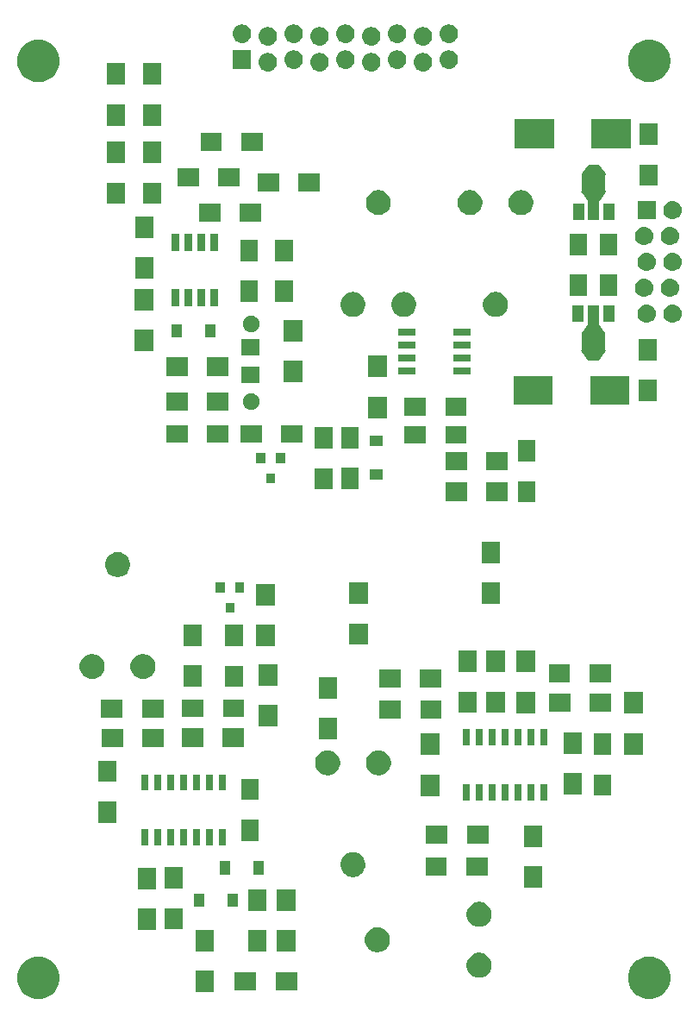
<source format=gts>
G04 #@! TF.GenerationSoftware,KiCad,Pcbnew,(5.1.0)-1*
G04 #@! TF.CreationDate,2019-05-25T13:24:56-04:00*
G04 #@! TF.ProjectId,VCO_2_RevB,56434f5f-325f-4526-9576-422e6b696361,A*
G04 #@! TF.SameCoordinates,Original*
G04 #@! TF.FileFunction,Soldermask,Top*
G04 #@! TF.FilePolarity,Negative*
%FSLAX46Y46*%
G04 Gerber Fmt 4.6, Leading zero omitted, Abs format (unit mm)*
G04 Created by KiCad (PCBNEW (5.1.0)-1) date 2019-05-25 13:24:56*
%MOMM*%
%LPD*%
G04 APERTURE LIST*
%ADD10C,0.100000*%
G04 APERTURE END LIST*
D10*
G36*
X115406373Y-142957024D02*
G01*
X115607589Y-142997048D01*
X115986671Y-143154069D01*
X116327835Y-143382028D01*
X116617972Y-143672165D01*
X116845931Y-144013329D01*
X117002952Y-144392411D01*
X117083000Y-144794842D01*
X117083000Y-145205158D01*
X117002952Y-145607589D01*
X116845931Y-145986671D01*
X116617972Y-146327835D01*
X116327835Y-146617972D01*
X115986671Y-146845931D01*
X115607589Y-147002952D01*
X115205159Y-147083000D01*
X114794841Y-147083000D01*
X114392411Y-147002952D01*
X114013329Y-146845931D01*
X113672165Y-146617972D01*
X113382028Y-146327835D01*
X113154069Y-145986671D01*
X112997048Y-145607589D01*
X112917000Y-145205158D01*
X112917000Y-144794842D01*
X112997048Y-144392411D01*
X113154069Y-144013329D01*
X113382028Y-143672165D01*
X113672165Y-143382028D01*
X114013329Y-143154069D01*
X114392411Y-142997048D01*
X114593627Y-142957024D01*
X114794841Y-142917000D01*
X115205159Y-142917000D01*
X115406373Y-142957024D01*
X115406373Y-142957024D01*
G37*
G36*
X55406373Y-142957024D02*
G01*
X55607589Y-142997048D01*
X55986671Y-143154069D01*
X56327835Y-143382028D01*
X56617972Y-143672165D01*
X56845931Y-144013329D01*
X57002952Y-144392411D01*
X57083000Y-144794842D01*
X57083000Y-145205158D01*
X57002952Y-145607589D01*
X56845931Y-145986671D01*
X56617972Y-146327835D01*
X56327835Y-146617972D01*
X55986671Y-146845931D01*
X55607589Y-147002952D01*
X55205159Y-147083000D01*
X54794841Y-147083000D01*
X54392411Y-147002952D01*
X54013329Y-146845931D01*
X53672165Y-146617972D01*
X53382028Y-146327835D01*
X53154069Y-145986671D01*
X52997048Y-145607589D01*
X52917000Y-145205158D01*
X52917000Y-144794842D01*
X52997048Y-144392411D01*
X53154069Y-144013329D01*
X53382028Y-143672165D01*
X53672165Y-143382028D01*
X54013329Y-143154069D01*
X54392411Y-142997048D01*
X54593627Y-142957024D01*
X54794841Y-142917000D01*
X55205159Y-142917000D01*
X55406373Y-142957024D01*
X55406373Y-142957024D01*
G37*
G36*
X72224200Y-146402000D02*
G01*
X70422200Y-146402000D01*
X70422200Y-144300000D01*
X72224200Y-144300000D01*
X72224200Y-146402000D01*
X72224200Y-146402000D01*
G37*
G36*
X76400600Y-146239800D02*
G01*
X74298600Y-146239800D01*
X74298600Y-144437800D01*
X76400600Y-144437800D01*
X76400600Y-146239800D01*
X76400600Y-146239800D01*
G37*
G36*
X80400600Y-146239800D02*
G01*
X78298600Y-146239800D01*
X78298600Y-144437800D01*
X80400600Y-144437800D01*
X80400600Y-146239800D01*
X80400600Y-146239800D01*
G37*
G36*
X98654153Y-142586122D02*
G01*
X98746194Y-142624247D01*
X98876359Y-142678163D01*
X99076342Y-142811787D01*
X99246413Y-142981858D01*
X99380037Y-143181841D01*
X99472078Y-143404048D01*
X99519000Y-143639941D01*
X99519000Y-143880459D01*
X99472078Y-144116352D01*
X99380037Y-144338559D01*
X99246413Y-144538542D01*
X99076342Y-144708613D01*
X98876359Y-144842237D01*
X98746194Y-144896153D01*
X98654153Y-144934278D01*
X98418259Y-144981200D01*
X98177741Y-144981200D01*
X97941847Y-144934278D01*
X97849806Y-144896153D01*
X97719641Y-144842237D01*
X97519658Y-144708613D01*
X97349587Y-144538542D01*
X97215963Y-144338559D01*
X97123922Y-144116352D01*
X97077000Y-143880459D01*
X97077000Y-143639941D01*
X97123922Y-143404048D01*
X97215963Y-143181841D01*
X97349587Y-142981858D01*
X97519658Y-142811787D01*
X97719641Y-142678163D01*
X97849806Y-142624247D01*
X97941847Y-142586122D01*
X98177741Y-142539200D01*
X98418259Y-142539200D01*
X98654153Y-142586122D01*
X98654153Y-142586122D01*
G37*
G36*
X88654153Y-140086122D02*
G01*
X88746194Y-140124247D01*
X88876359Y-140178163D01*
X89076342Y-140311787D01*
X89246413Y-140481858D01*
X89380037Y-140681841D01*
X89472078Y-140904048D01*
X89519000Y-141139941D01*
X89519000Y-141380459D01*
X89472078Y-141616352D01*
X89380037Y-141838559D01*
X89246413Y-142038542D01*
X89076342Y-142208613D01*
X88876359Y-142342237D01*
X88746194Y-142396153D01*
X88654153Y-142434278D01*
X88536205Y-142457739D01*
X88418259Y-142481200D01*
X88177741Y-142481200D01*
X88059795Y-142457739D01*
X87941847Y-142434278D01*
X87849806Y-142396153D01*
X87719641Y-142342237D01*
X87519658Y-142208613D01*
X87349587Y-142038542D01*
X87215963Y-141838559D01*
X87123922Y-141616352D01*
X87077000Y-141380459D01*
X87077000Y-141139941D01*
X87123922Y-140904048D01*
X87215963Y-140681841D01*
X87349587Y-140481858D01*
X87519658Y-140311787D01*
X87719641Y-140178163D01*
X87849806Y-140124247D01*
X87941847Y-140086122D01*
X88177741Y-140039200D01*
X88418259Y-140039200D01*
X88654153Y-140086122D01*
X88654153Y-140086122D01*
G37*
G36*
X80250600Y-142427400D02*
G01*
X78448600Y-142427400D01*
X78448600Y-140325400D01*
X80250600Y-140325400D01*
X80250600Y-142427400D01*
X80250600Y-142427400D01*
G37*
G36*
X72224200Y-142402000D02*
G01*
X70422200Y-142402000D01*
X70422200Y-140300000D01*
X72224200Y-140300000D01*
X72224200Y-142402000D01*
X72224200Y-142402000D01*
G37*
G36*
X77405800Y-142402000D02*
G01*
X75603800Y-142402000D01*
X75603800Y-140300000D01*
X77405800Y-140300000D01*
X77405800Y-142402000D01*
X77405800Y-142402000D01*
G37*
G36*
X66585400Y-140280600D02*
G01*
X64783400Y-140280600D01*
X64783400Y-138178600D01*
X66585400Y-138178600D01*
X66585400Y-140280600D01*
X66585400Y-140280600D01*
G37*
G36*
X69176200Y-140255200D02*
G01*
X67374200Y-140255200D01*
X67374200Y-138153200D01*
X69176200Y-138153200D01*
X69176200Y-140255200D01*
X69176200Y-140255200D01*
G37*
G36*
X98536205Y-137562661D02*
G01*
X98654153Y-137586122D01*
X98746194Y-137624247D01*
X98876359Y-137678163D01*
X99076342Y-137811787D01*
X99246413Y-137981858D01*
X99380037Y-138181841D01*
X99472078Y-138404048D01*
X99519000Y-138639941D01*
X99519000Y-138880459D01*
X99472078Y-139116352D01*
X99380037Y-139338559D01*
X99246413Y-139538542D01*
X99076342Y-139708613D01*
X98876359Y-139842237D01*
X98746194Y-139896153D01*
X98654153Y-139934278D01*
X98418259Y-139981200D01*
X98177741Y-139981200D01*
X97941847Y-139934278D01*
X97849806Y-139896153D01*
X97719641Y-139842237D01*
X97519658Y-139708613D01*
X97349587Y-139538542D01*
X97215963Y-139338559D01*
X97123922Y-139116352D01*
X97077000Y-138880459D01*
X97077000Y-138639941D01*
X97123922Y-138404048D01*
X97215963Y-138181841D01*
X97349587Y-137981858D01*
X97519658Y-137811787D01*
X97719641Y-137678163D01*
X97849806Y-137624247D01*
X97941847Y-137586122D01*
X98059795Y-137562661D01*
X98177741Y-137539200D01*
X98418259Y-137539200D01*
X98536205Y-137562661D01*
X98536205Y-137562661D01*
G37*
G36*
X80250600Y-138427400D02*
G01*
X78448600Y-138427400D01*
X78448600Y-136325400D01*
X80250600Y-136325400D01*
X80250600Y-138427400D01*
X80250600Y-138427400D01*
G37*
G36*
X77405800Y-138402000D02*
G01*
X75603800Y-138402000D01*
X75603800Y-136300000D01*
X77405800Y-136300000D01*
X77405800Y-138402000D01*
X77405800Y-138402000D01*
G37*
G36*
X74565400Y-138014200D02*
G01*
X73563400Y-138014200D01*
X73563400Y-136712200D01*
X74565400Y-136712200D01*
X74565400Y-138014200D01*
X74565400Y-138014200D01*
G37*
G36*
X71265400Y-138014200D02*
G01*
X70263400Y-138014200D01*
X70263400Y-136712200D01*
X71265400Y-136712200D01*
X71265400Y-138014200D01*
X71265400Y-138014200D01*
G37*
G36*
X66585400Y-136280600D02*
G01*
X64783400Y-136280600D01*
X64783400Y-134178600D01*
X66585400Y-134178600D01*
X66585400Y-136280600D01*
X66585400Y-136280600D01*
G37*
G36*
X69176200Y-136255200D02*
G01*
X67374200Y-136255200D01*
X67374200Y-134153200D01*
X69176200Y-134153200D01*
X69176200Y-136255200D01*
X69176200Y-136255200D01*
G37*
G36*
X104482200Y-136140400D02*
G01*
X102680200Y-136140400D01*
X102680200Y-134038400D01*
X104482200Y-134038400D01*
X104482200Y-136140400D01*
X104482200Y-136140400D01*
G37*
G36*
X86151805Y-132685861D02*
G01*
X86269753Y-132709322D01*
X86361794Y-132747447D01*
X86491959Y-132801363D01*
X86691942Y-132934987D01*
X86862013Y-133105058D01*
X86995637Y-133305041D01*
X87087678Y-133527248D01*
X87134600Y-133763141D01*
X87134600Y-134003659D01*
X87111139Y-134121606D01*
X87104855Y-134153200D01*
X87087678Y-134239552D01*
X86995637Y-134461759D01*
X86862013Y-134661742D01*
X86691942Y-134831813D01*
X86491959Y-134965437D01*
X86361794Y-135019353D01*
X86269753Y-135057478D01*
X86151805Y-135080939D01*
X86033859Y-135104400D01*
X85793341Y-135104400D01*
X85675395Y-135080939D01*
X85557447Y-135057478D01*
X85465406Y-135019353D01*
X85335241Y-134965437D01*
X85135258Y-134831813D01*
X84965187Y-134661742D01*
X84831563Y-134461759D01*
X84739522Y-134239552D01*
X84722346Y-134153200D01*
X84716061Y-134121606D01*
X84692600Y-134003659D01*
X84692600Y-133763141D01*
X84739522Y-133527248D01*
X84831563Y-133305041D01*
X84965187Y-133105058D01*
X85135258Y-132934987D01*
X85335241Y-132801363D01*
X85465406Y-132747447D01*
X85557447Y-132709322D01*
X85675395Y-132685861D01*
X85793341Y-132662400D01*
X86033859Y-132662400D01*
X86151805Y-132685861D01*
X86151805Y-132685861D01*
G37*
G36*
X95120400Y-134987600D02*
G01*
X93018400Y-134987600D01*
X93018400Y-133185600D01*
X95120400Y-133185600D01*
X95120400Y-134987600D01*
X95120400Y-134987600D01*
G37*
G36*
X99120400Y-134987600D02*
G01*
X97018400Y-134987600D01*
X97018400Y-133185600D01*
X99120400Y-133185600D01*
X99120400Y-134987600D01*
X99120400Y-134987600D01*
G37*
G36*
X73805400Y-134839200D02*
G01*
X72803400Y-134839200D01*
X72803400Y-133537200D01*
X73805400Y-133537200D01*
X73805400Y-134839200D01*
X73805400Y-134839200D01*
G37*
G36*
X77105400Y-134839200D02*
G01*
X76103400Y-134839200D01*
X76103400Y-133537200D01*
X77105400Y-133537200D01*
X77105400Y-134839200D01*
X77105400Y-134839200D01*
G37*
G36*
X104482200Y-132140400D02*
G01*
X102680200Y-132140400D01*
X102680200Y-130038400D01*
X104482200Y-130038400D01*
X104482200Y-132140400D01*
X104482200Y-132140400D01*
G37*
G36*
X65781400Y-132025000D02*
G01*
X65079400Y-132025000D01*
X65079400Y-130423000D01*
X65781400Y-130423000D01*
X65781400Y-132025000D01*
X65781400Y-132025000D01*
G37*
G36*
X72131400Y-132025000D02*
G01*
X71429400Y-132025000D01*
X71429400Y-130423000D01*
X72131400Y-130423000D01*
X72131400Y-132025000D01*
X72131400Y-132025000D01*
G37*
G36*
X70861400Y-132025000D02*
G01*
X70159400Y-132025000D01*
X70159400Y-130423000D01*
X70861400Y-130423000D01*
X70861400Y-132025000D01*
X70861400Y-132025000D01*
G37*
G36*
X69591400Y-132025000D02*
G01*
X68889400Y-132025000D01*
X68889400Y-130423000D01*
X69591400Y-130423000D01*
X69591400Y-132025000D01*
X69591400Y-132025000D01*
G37*
G36*
X68321400Y-132025000D02*
G01*
X67619400Y-132025000D01*
X67619400Y-130423000D01*
X68321400Y-130423000D01*
X68321400Y-132025000D01*
X68321400Y-132025000D01*
G37*
G36*
X67051400Y-132025000D02*
G01*
X66349400Y-132025000D01*
X66349400Y-130423000D01*
X67051400Y-130423000D01*
X67051400Y-132025000D01*
X67051400Y-132025000D01*
G37*
G36*
X73401400Y-132025000D02*
G01*
X72699400Y-132025000D01*
X72699400Y-130423000D01*
X73401400Y-130423000D01*
X73401400Y-132025000D01*
X73401400Y-132025000D01*
G37*
G36*
X99196600Y-131863400D02*
G01*
X97094600Y-131863400D01*
X97094600Y-130061400D01*
X99196600Y-130061400D01*
X99196600Y-131863400D01*
X99196600Y-131863400D01*
G37*
G36*
X95196600Y-131863400D02*
G01*
X93094600Y-131863400D01*
X93094600Y-130061400D01*
X95196600Y-130061400D01*
X95196600Y-131863400D01*
X95196600Y-131863400D01*
G37*
G36*
X76619200Y-131556200D02*
G01*
X74917200Y-131556200D01*
X74917200Y-129454200D01*
X76619200Y-129454200D01*
X76619200Y-131556200D01*
X76619200Y-131556200D01*
G37*
G36*
X62699200Y-129765000D02*
G01*
X60897200Y-129765000D01*
X60897200Y-127663000D01*
X62699200Y-127663000D01*
X62699200Y-129765000D01*
X62699200Y-129765000D01*
G37*
G36*
X104999000Y-127605400D02*
G01*
X104297000Y-127605400D01*
X104297000Y-126003400D01*
X104999000Y-126003400D01*
X104999000Y-127605400D01*
X104999000Y-127605400D01*
G37*
G36*
X103729000Y-127605400D02*
G01*
X103027000Y-127605400D01*
X103027000Y-126003400D01*
X103729000Y-126003400D01*
X103729000Y-127605400D01*
X103729000Y-127605400D01*
G37*
G36*
X102459000Y-127605400D02*
G01*
X101757000Y-127605400D01*
X101757000Y-126003400D01*
X102459000Y-126003400D01*
X102459000Y-127605400D01*
X102459000Y-127605400D01*
G37*
G36*
X99919000Y-127605400D02*
G01*
X99217000Y-127605400D01*
X99217000Y-126003400D01*
X99919000Y-126003400D01*
X99919000Y-127605400D01*
X99919000Y-127605400D01*
G37*
G36*
X98649000Y-127605400D02*
G01*
X97947000Y-127605400D01*
X97947000Y-126003400D01*
X98649000Y-126003400D01*
X98649000Y-127605400D01*
X98649000Y-127605400D01*
G37*
G36*
X97379000Y-127605400D02*
G01*
X96677000Y-127605400D01*
X96677000Y-126003400D01*
X97379000Y-126003400D01*
X97379000Y-127605400D01*
X97379000Y-127605400D01*
G37*
G36*
X101189000Y-127605400D02*
G01*
X100487000Y-127605400D01*
X100487000Y-126003400D01*
X101189000Y-126003400D01*
X101189000Y-127605400D01*
X101189000Y-127605400D01*
G37*
G36*
X76619200Y-127556200D02*
G01*
X74917200Y-127556200D01*
X74917200Y-125454200D01*
X76619200Y-125454200D01*
X76619200Y-127556200D01*
X76619200Y-127556200D01*
G37*
G36*
X94373000Y-127136600D02*
G01*
X92571000Y-127136600D01*
X92571000Y-125034600D01*
X94373000Y-125034600D01*
X94373000Y-127136600D01*
X94373000Y-127136600D01*
G37*
G36*
X111290200Y-127123400D02*
G01*
X109588200Y-127123400D01*
X109588200Y-125021400D01*
X111290200Y-125021400D01*
X111290200Y-127123400D01*
X111290200Y-127123400D01*
G37*
G36*
X108393800Y-127021800D02*
G01*
X106591800Y-127021800D01*
X106591800Y-124919800D01*
X108393800Y-124919800D01*
X108393800Y-127021800D01*
X108393800Y-127021800D01*
G37*
G36*
X65781400Y-126625000D02*
G01*
X65079400Y-126625000D01*
X65079400Y-125023000D01*
X65781400Y-125023000D01*
X65781400Y-126625000D01*
X65781400Y-126625000D01*
G37*
G36*
X73401400Y-126625000D02*
G01*
X72699400Y-126625000D01*
X72699400Y-125023000D01*
X73401400Y-125023000D01*
X73401400Y-126625000D01*
X73401400Y-126625000D01*
G37*
G36*
X72131400Y-126625000D02*
G01*
X71429400Y-126625000D01*
X71429400Y-125023000D01*
X72131400Y-125023000D01*
X72131400Y-126625000D01*
X72131400Y-126625000D01*
G37*
G36*
X70861400Y-126625000D02*
G01*
X70159400Y-126625000D01*
X70159400Y-125023000D01*
X70861400Y-125023000D01*
X70861400Y-126625000D01*
X70861400Y-126625000D01*
G37*
G36*
X68321400Y-126625000D02*
G01*
X67619400Y-126625000D01*
X67619400Y-125023000D01*
X68321400Y-125023000D01*
X68321400Y-126625000D01*
X68321400Y-126625000D01*
G37*
G36*
X69591400Y-126625000D02*
G01*
X68889400Y-126625000D01*
X68889400Y-125023000D01*
X69591400Y-125023000D01*
X69591400Y-126625000D01*
X69591400Y-126625000D01*
G37*
G36*
X67051400Y-126625000D02*
G01*
X66349400Y-126625000D01*
X66349400Y-125023000D01*
X67051400Y-125023000D01*
X67051400Y-126625000D01*
X67051400Y-126625000D01*
G37*
G36*
X62699200Y-125765000D02*
G01*
X60897200Y-125765000D01*
X60897200Y-123663000D01*
X62699200Y-123663000D01*
X62699200Y-125765000D01*
X62699200Y-125765000D01*
G37*
G36*
X88769753Y-122709322D02*
G01*
X88861794Y-122747447D01*
X88991959Y-122801363D01*
X89191942Y-122934987D01*
X89362013Y-123105058D01*
X89495637Y-123305041D01*
X89587678Y-123527248D01*
X89634600Y-123763141D01*
X89634600Y-124003659D01*
X89587678Y-124239552D01*
X89495637Y-124461759D01*
X89362013Y-124661742D01*
X89191942Y-124831813D01*
X88991959Y-124965437D01*
X88861794Y-125019353D01*
X88769753Y-125057478D01*
X88651805Y-125080939D01*
X88533859Y-125104400D01*
X88293341Y-125104400D01*
X88175395Y-125080939D01*
X88057447Y-125057478D01*
X87965406Y-125019353D01*
X87835241Y-124965437D01*
X87635258Y-124831813D01*
X87465187Y-124661742D01*
X87331563Y-124461759D01*
X87239522Y-124239552D01*
X87192600Y-124003659D01*
X87192600Y-123763141D01*
X87239522Y-123527248D01*
X87331563Y-123305041D01*
X87465187Y-123105058D01*
X87635258Y-122934987D01*
X87835241Y-122801363D01*
X87965406Y-122747447D01*
X88057447Y-122709322D01*
X88293341Y-122662400D01*
X88533859Y-122662400D01*
X88769753Y-122709322D01*
X88769753Y-122709322D01*
G37*
G36*
X83769753Y-122709322D02*
G01*
X83861794Y-122747447D01*
X83991959Y-122801363D01*
X84191942Y-122934987D01*
X84362013Y-123105058D01*
X84495637Y-123305041D01*
X84587678Y-123527248D01*
X84634600Y-123763141D01*
X84634600Y-124003659D01*
X84587678Y-124239552D01*
X84495637Y-124461759D01*
X84362013Y-124661742D01*
X84191942Y-124831813D01*
X83991959Y-124965437D01*
X83861794Y-125019353D01*
X83769753Y-125057478D01*
X83651805Y-125080939D01*
X83533859Y-125104400D01*
X83293341Y-125104400D01*
X83175395Y-125080939D01*
X83057447Y-125057478D01*
X82965406Y-125019353D01*
X82835241Y-124965437D01*
X82635258Y-124831813D01*
X82465187Y-124661742D01*
X82331563Y-124461759D01*
X82239522Y-124239552D01*
X82192600Y-124003659D01*
X82192600Y-123763141D01*
X82239522Y-123527248D01*
X82331563Y-123305041D01*
X82465187Y-123105058D01*
X82635258Y-122934987D01*
X82835241Y-122801363D01*
X82965406Y-122747447D01*
X83057447Y-122709322D01*
X83293341Y-122662400D01*
X83533859Y-122662400D01*
X83769753Y-122709322D01*
X83769753Y-122709322D01*
G37*
G36*
X94373000Y-123136600D02*
G01*
X92571000Y-123136600D01*
X92571000Y-121034600D01*
X94373000Y-121034600D01*
X94373000Y-123136600D01*
X94373000Y-123136600D01*
G37*
G36*
X111290200Y-123123400D02*
G01*
X109588200Y-123123400D01*
X109588200Y-121021400D01*
X111290200Y-121021400D01*
X111290200Y-123123400D01*
X111290200Y-123123400D01*
G37*
G36*
X114362800Y-123072600D02*
G01*
X112560800Y-123072600D01*
X112560800Y-120970600D01*
X114362800Y-120970600D01*
X114362800Y-123072600D01*
X114362800Y-123072600D01*
G37*
G36*
X108393800Y-123021800D02*
G01*
X106591800Y-123021800D01*
X106591800Y-120919800D01*
X108393800Y-120919800D01*
X108393800Y-123021800D01*
X108393800Y-123021800D01*
G37*
G36*
X67319600Y-122363800D02*
G01*
X65217600Y-122363800D01*
X65217600Y-120561800D01*
X67319600Y-120561800D01*
X67319600Y-122363800D01*
X67319600Y-122363800D01*
G37*
G36*
X63319600Y-122363800D02*
G01*
X61217600Y-122363800D01*
X61217600Y-120561800D01*
X63319600Y-120561800D01*
X63319600Y-122363800D01*
X63319600Y-122363800D01*
G37*
G36*
X71219000Y-122313000D02*
G01*
X69117000Y-122313000D01*
X69117000Y-120511000D01*
X71219000Y-120511000D01*
X71219000Y-122313000D01*
X71219000Y-122313000D01*
G37*
G36*
X75219000Y-122313000D02*
G01*
X73117000Y-122313000D01*
X73117000Y-120511000D01*
X75219000Y-120511000D01*
X75219000Y-122313000D01*
X75219000Y-122313000D01*
G37*
G36*
X99919000Y-122205400D02*
G01*
X99217000Y-122205400D01*
X99217000Y-120603400D01*
X99919000Y-120603400D01*
X99919000Y-122205400D01*
X99919000Y-122205400D01*
G37*
G36*
X97379000Y-122205400D02*
G01*
X96677000Y-122205400D01*
X96677000Y-120603400D01*
X97379000Y-120603400D01*
X97379000Y-122205400D01*
X97379000Y-122205400D01*
G37*
G36*
X98649000Y-122205400D02*
G01*
X97947000Y-122205400D01*
X97947000Y-120603400D01*
X98649000Y-120603400D01*
X98649000Y-122205400D01*
X98649000Y-122205400D01*
G37*
G36*
X101189000Y-122205400D02*
G01*
X100487000Y-122205400D01*
X100487000Y-120603400D01*
X101189000Y-120603400D01*
X101189000Y-122205400D01*
X101189000Y-122205400D01*
G37*
G36*
X102459000Y-122205400D02*
G01*
X101757000Y-122205400D01*
X101757000Y-120603400D01*
X102459000Y-120603400D01*
X102459000Y-122205400D01*
X102459000Y-122205400D01*
G37*
G36*
X103729000Y-122205400D02*
G01*
X103027000Y-122205400D01*
X103027000Y-120603400D01*
X103729000Y-120603400D01*
X103729000Y-122205400D01*
X103729000Y-122205400D01*
G37*
G36*
X104999000Y-122205400D02*
G01*
X104297000Y-122205400D01*
X104297000Y-120603400D01*
X104999000Y-120603400D01*
X104999000Y-122205400D01*
X104999000Y-122205400D01*
G37*
G36*
X84340000Y-121611600D02*
G01*
X82538000Y-121611600D01*
X82538000Y-119509600D01*
X84340000Y-119509600D01*
X84340000Y-121611600D01*
X84340000Y-121611600D01*
G37*
G36*
X78472600Y-120341600D02*
G01*
X76670600Y-120341600D01*
X76670600Y-118239600D01*
X78472600Y-118239600D01*
X78472600Y-120341600D01*
X78472600Y-120341600D01*
G37*
G36*
X94611400Y-119544400D02*
G01*
X92509400Y-119544400D01*
X92509400Y-117742400D01*
X94611400Y-117742400D01*
X94611400Y-119544400D01*
X94611400Y-119544400D01*
G37*
G36*
X90611400Y-119544400D02*
G01*
X88509400Y-119544400D01*
X88509400Y-117742400D01*
X90611400Y-117742400D01*
X90611400Y-119544400D01*
X90611400Y-119544400D01*
G37*
G36*
X63281000Y-119493600D02*
G01*
X61179000Y-119493600D01*
X61179000Y-117691600D01*
X63281000Y-117691600D01*
X63281000Y-119493600D01*
X63281000Y-119493600D01*
G37*
G36*
X67281000Y-119493600D02*
G01*
X65179000Y-119493600D01*
X65179000Y-117691600D01*
X67281000Y-117691600D01*
X67281000Y-119493600D01*
X67281000Y-119493600D01*
G37*
G36*
X71231200Y-119392800D02*
G01*
X69129200Y-119392800D01*
X69129200Y-117690800D01*
X71231200Y-117690800D01*
X71231200Y-119392800D01*
X71231200Y-119392800D01*
G37*
G36*
X75231200Y-119392800D02*
G01*
X73129200Y-119392800D01*
X73129200Y-117690800D01*
X75231200Y-117690800D01*
X75231200Y-119392800D01*
X75231200Y-119392800D01*
G37*
G36*
X114362800Y-119072600D02*
G01*
X112560800Y-119072600D01*
X112560800Y-116970600D01*
X114362800Y-116970600D01*
X114362800Y-119072600D01*
X114362800Y-119072600D01*
G37*
G36*
X103771000Y-119008600D02*
G01*
X101969000Y-119008600D01*
X101969000Y-116906600D01*
X103771000Y-116906600D01*
X103771000Y-119008600D01*
X103771000Y-119008600D01*
G37*
G36*
X98056000Y-118995400D02*
G01*
X96254000Y-118995400D01*
X96254000Y-116893400D01*
X98056000Y-116893400D01*
X98056000Y-118995400D01*
X98056000Y-118995400D01*
G37*
G36*
X100824600Y-118995400D02*
G01*
X99022600Y-118995400D01*
X99022600Y-116893400D01*
X100824600Y-116893400D01*
X100824600Y-118995400D01*
X100824600Y-118995400D01*
G37*
G36*
X107273800Y-118909400D02*
G01*
X105171800Y-118909400D01*
X105171800Y-117107400D01*
X107273800Y-117107400D01*
X107273800Y-118909400D01*
X107273800Y-118909400D01*
G37*
G36*
X111273800Y-118909400D02*
G01*
X109171800Y-118909400D01*
X109171800Y-117107400D01*
X111273800Y-117107400D01*
X111273800Y-118909400D01*
X111273800Y-118909400D01*
G37*
G36*
X84340000Y-117611600D02*
G01*
X82538000Y-117611600D01*
X82538000Y-115509600D01*
X84340000Y-115509600D01*
X84340000Y-117611600D01*
X84340000Y-117611600D01*
G37*
G36*
X90599200Y-116547200D02*
G01*
X88497200Y-116547200D01*
X88497200Y-114745200D01*
X90599200Y-114745200D01*
X90599200Y-116547200D01*
X90599200Y-116547200D01*
G37*
G36*
X94599200Y-116547200D02*
G01*
X92497200Y-116547200D01*
X92497200Y-114745200D01*
X94599200Y-114745200D01*
X94599200Y-116547200D01*
X94599200Y-116547200D01*
G37*
G36*
X75094400Y-116455400D02*
G01*
X73292400Y-116455400D01*
X73292400Y-114353400D01*
X75094400Y-114353400D01*
X75094400Y-116455400D01*
X75094400Y-116455400D01*
G37*
G36*
X71055800Y-116430000D02*
G01*
X69253800Y-116430000D01*
X69253800Y-114328000D01*
X71055800Y-114328000D01*
X71055800Y-116430000D01*
X71055800Y-116430000D01*
G37*
G36*
X78472600Y-116341600D02*
G01*
X76670600Y-116341600D01*
X76670600Y-114239600D01*
X78472600Y-114239600D01*
X78472600Y-116341600D01*
X78472600Y-116341600D01*
G37*
G36*
X107236200Y-116013800D02*
G01*
X105134200Y-116013800D01*
X105134200Y-114211800D01*
X107236200Y-114211800D01*
X107236200Y-116013800D01*
X107236200Y-116013800D01*
G37*
G36*
X111236200Y-116013800D02*
G01*
X109134200Y-116013800D01*
X109134200Y-114211800D01*
X111236200Y-114211800D01*
X111236200Y-116013800D01*
X111236200Y-116013800D01*
G37*
G36*
X60634153Y-113252922D02*
G01*
X60726194Y-113291047D01*
X60856359Y-113344963D01*
X61056342Y-113478587D01*
X61226413Y-113648658D01*
X61360037Y-113848641D01*
X61452078Y-114070848D01*
X61499000Y-114306741D01*
X61499000Y-114547259D01*
X61452078Y-114783152D01*
X61360037Y-115005359D01*
X61226413Y-115205342D01*
X61056342Y-115375413D01*
X60856359Y-115509037D01*
X60726194Y-115562953D01*
X60634153Y-115601078D01*
X60516205Y-115624539D01*
X60398259Y-115648000D01*
X60157741Y-115648000D01*
X60039795Y-115624539D01*
X59921847Y-115601078D01*
X59829806Y-115562953D01*
X59699641Y-115509037D01*
X59499658Y-115375413D01*
X59329587Y-115205342D01*
X59195963Y-115005359D01*
X59103922Y-114783152D01*
X59057000Y-114547259D01*
X59057000Y-114306741D01*
X59103922Y-114070848D01*
X59195963Y-113848641D01*
X59329587Y-113648658D01*
X59499658Y-113478587D01*
X59699641Y-113344963D01*
X59829806Y-113291047D01*
X59921847Y-113252922D01*
X60157741Y-113206000D01*
X60398259Y-113206000D01*
X60634153Y-113252922D01*
X60634153Y-113252922D01*
G37*
G36*
X65634153Y-113252922D02*
G01*
X65726194Y-113291047D01*
X65856359Y-113344963D01*
X66056342Y-113478587D01*
X66226413Y-113648658D01*
X66360037Y-113848641D01*
X66452078Y-114070848D01*
X66499000Y-114306741D01*
X66499000Y-114547259D01*
X66452078Y-114783152D01*
X66360037Y-115005359D01*
X66226413Y-115205342D01*
X66056342Y-115375413D01*
X65856359Y-115509037D01*
X65726194Y-115562953D01*
X65634153Y-115601078D01*
X65516205Y-115624539D01*
X65398259Y-115648000D01*
X65157741Y-115648000D01*
X65039795Y-115624539D01*
X64921847Y-115601078D01*
X64829806Y-115562953D01*
X64699641Y-115509037D01*
X64499658Y-115375413D01*
X64329587Y-115205342D01*
X64195963Y-115005359D01*
X64103922Y-114783152D01*
X64057000Y-114547259D01*
X64057000Y-114306741D01*
X64103922Y-114070848D01*
X64195963Y-113848641D01*
X64329587Y-113648658D01*
X64499658Y-113478587D01*
X64699641Y-113344963D01*
X64829806Y-113291047D01*
X64921847Y-113252922D01*
X65157741Y-113206000D01*
X65398259Y-113206000D01*
X65634153Y-113252922D01*
X65634153Y-113252922D01*
G37*
G36*
X103771000Y-115008600D02*
G01*
X101969000Y-115008600D01*
X101969000Y-112906600D01*
X103771000Y-112906600D01*
X103771000Y-115008600D01*
X103771000Y-115008600D01*
G37*
G36*
X98056000Y-114995400D02*
G01*
X96254000Y-114995400D01*
X96254000Y-112893400D01*
X98056000Y-112893400D01*
X98056000Y-114995400D01*
X98056000Y-114995400D01*
G37*
G36*
X100824600Y-114995400D02*
G01*
X99022600Y-114995400D01*
X99022600Y-112893400D01*
X100824600Y-112893400D01*
X100824600Y-114995400D01*
X100824600Y-114995400D01*
G37*
G36*
X75094400Y-112455400D02*
G01*
X73292400Y-112455400D01*
X73292400Y-110353400D01*
X75094400Y-110353400D01*
X75094400Y-112455400D01*
X75094400Y-112455400D01*
G37*
G36*
X78218600Y-112442200D02*
G01*
X76416600Y-112442200D01*
X76416600Y-110340200D01*
X78218600Y-110340200D01*
X78218600Y-112442200D01*
X78218600Y-112442200D01*
G37*
G36*
X71055800Y-112430000D02*
G01*
X69253800Y-112430000D01*
X69253800Y-110328000D01*
X71055800Y-110328000D01*
X71055800Y-112430000D01*
X71055800Y-112430000D01*
G37*
G36*
X87362600Y-112315200D02*
G01*
X85560600Y-112315200D01*
X85560600Y-110213200D01*
X87362600Y-110213200D01*
X87362600Y-112315200D01*
X87362600Y-112315200D01*
G37*
G36*
X74278600Y-109181000D02*
G01*
X73376600Y-109181000D01*
X73376600Y-108179000D01*
X74278600Y-108179000D01*
X74278600Y-109181000D01*
X74278600Y-109181000D01*
G37*
G36*
X78218600Y-108442200D02*
G01*
X76416600Y-108442200D01*
X76416600Y-106340200D01*
X78218600Y-106340200D01*
X78218600Y-108442200D01*
X78218600Y-108442200D01*
G37*
G36*
X87362600Y-108315200D02*
G01*
X85560600Y-108315200D01*
X85560600Y-106213200D01*
X87362600Y-106213200D01*
X87362600Y-108315200D01*
X87362600Y-108315200D01*
G37*
G36*
X100367400Y-108302000D02*
G01*
X98565400Y-108302000D01*
X98565400Y-106200000D01*
X100367400Y-106200000D01*
X100367400Y-108302000D01*
X100367400Y-108302000D01*
G37*
G36*
X75228600Y-107181000D02*
G01*
X74326600Y-107181000D01*
X74326600Y-106179000D01*
X75228600Y-106179000D01*
X75228600Y-107181000D01*
X75228600Y-107181000D01*
G37*
G36*
X73328600Y-107181000D02*
G01*
X72426600Y-107181000D01*
X72426600Y-106179000D01*
X73328600Y-106179000D01*
X73328600Y-107181000D01*
X73328600Y-107181000D01*
G37*
G36*
X63134153Y-103252922D02*
G01*
X63226194Y-103291047D01*
X63356359Y-103344963D01*
X63556342Y-103478587D01*
X63726413Y-103648658D01*
X63860037Y-103848641D01*
X63952078Y-104070848D01*
X63999000Y-104306741D01*
X63999000Y-104547259D01*
X63952078Y-104783152D01*
X63860037Y-105005359D01*
X63726413Y-105205342D01*
X63556342Y-105375413D01*
X63356359Y-105509037D01*
X63226194Y-105562953D01*
X63134153Y-105601078D01*
X63016205Y-105624539D01*
X62898259Y-105648000D01*
X62657741Y-105648000D01*
X62539795Y-105624539D01*
X62421847Y-105601078D01*
X62329806Y-105562953D01*
X62199641Y-105509037D01*
X61999658Y-105375413D01*
X61829587Y-105205342D01*
X61695963Y-105005359D01*
X61603922Y-104783152D01*
X61557000Y-104547259D01*
X61557000Y-104306741D01*
X61603922Y-104070848D01*
X61695963Y-103848641D01*
X61829587Y-103648658D01*
X61999658Y-103478587D01*
X62199641Y-103344963D01*
X62329806Y-103291047D01*
X62421847Y-103252922D01*
X62657741Y-103206000D01*
X62898259Y-103206000D01*
X63134153Y-103252922D01*
X63134153Y-103252922D01*
G37*
G36*
X100367400Y-104302000D02*
G01*
X98565400Y-104302000D01*
X98565400Y-102200000D01*
X100367400Y-102200000D01*
X100367400Y-104302000D01*
X100367400Y-104302000D01*
G37*
G36*
X103822600Y-98333000D02*
G01*
X102120600Y-98333000D01*
X102120600Y-96231000D01*
X103822600Y-96231000D01*
X103822600Y-98333000D01*
X103822600Y-98333000D01*
G37*
G36*
X101113800Y-98183000D02*
G01*
X99011800Y-98183000D01*
X99011800Y-96381000D01*
X101113800Y-96381000D01*
X101113800Y-98183000D01*
X101113800Y-98183000D01*
G37*
G36*
X97113800Y-98183000D02*
G01*
X95011800Y-98183000D01*
X95011800Y-96381000D01*
X97113800Y-96381000D01*
X97113800Y-98183000D01*
X97113800Y-98183000D01*
G37*
G36*
X83933600Y-97075200D02*
G01*
X82131600Y-97075200D01*
X82131600Y-94973200D01*
X83933600Y-94973200D01*
X83933600Y-97075200D01*
X83933600Y-97075200D01*
G37*
G36*
X86474400Y-97037600D02*
G01*
X84772400Y-97037600D01*
X84772400Y-94935600D01*
X86474400Y-94935600D01*
X86474400Y-97037600D01*
X86474400Y-97037600D01*
G37*
G36*
X78266400Y-96481000D02*
G01*
X77364400Y-96481000D01*
X77364400Y-95479000D01*
X78266400Y-95479000D01*
X78266400Y-96481000D01*
X78266400Y-96481000D01*
G37*
G36*
X88839800Y-96106600D02*
G01*
X87537800Y-96106600D01*
X87537800Y-95104600D01*
X88839800Y-95104600D01*
X88839800Y-96106600D01*
X88839800Y-96106600D01*
G37*
G36*
X101088400Y-95185800D02*
G01*
X98986400Y-95185800D01*
X98986400Y-93383800D01*
X101088400Y-93383800D01*
X101088400Y-95185800D01*
X101088400Y-95185800D01*
G37*
G36*
X97088400Y-95185800D02*
G01*
X94986400Y-95185800D01*
X94986400Y-93383800D01*
X97088400Y-93383800D01*
X97088400Y-95185800D01*
X97088400Y-95185800D01*
G37*
G36*
X77316400Y-94481000D02*
G01*
X76414400Y-94481000D01*
X76414400Y-93479000D01*
X77316400Y-93479000D01*
X77316400Y-94481000D01*
X77316400Y-94481000D01*
G37*
G36*
X79216400Y-94481000D02*
G01*
X78314400Y-94481000D01*
X78314400Y-93479000D01*
X79216400Y-93479000D01*
X79216400Y-94481000D01*
X79216400Y-94481000D01*
G37*
G36*
X103822600Y-94333000D02*
G01*
X102120600Y-94333000D01*
X102120600Y-92231000D01*
X103822600Y-92231000D01*
X103822600Y-94333000D01*
X103822600Y-94333000D01*
G37*
G36*
X83933600Y-93075200D02*
G01*
X82131600Y-93075200D01*
X82131600Y-90973200D01*
X83933600Y-90973200D01*
X83933600Y-93075200D01*
X83933600Y-93075200D01*
G37*
G36*
X86474400Y-93037600D02*
G01*
X84772400Y-93037600D01*
X84772400Y-90935600D01*
X86474400Y-90935600D01*
X86474400Y-93037600D01*
X86474400Y-93037600D01*
G37*
G36*
X88839800Y-92806600D02*
G01*
X87537800Y-92806600D01*
X87537800Y-91804600D01*
X88839800Y-91804600D01*
X88839800Y-92806600D01*
X88839800Y-92806600D01*
G37*
G36*
X97075200Y-92519600D02*
G01*
X94973200Y-92519600D01*
X94973200Y-90817600D01*
X97075200Y-90817600D01*
X97075200Y-92519600D01*
X97075200Y-92519600D01*
G37*
G36*
X93075200Y-92519600D02*
G01*
X90973200Y-92519600D01*
X90973200Y-90817600D01*
X93075200Y-90817600D01*
X93075200Y-92519600D01*
X93075200Y-92519600D01*
G37*
G36*
X76971600Y-92494200D02*
G01*
X74869600Y-92494200D01*
X74869600Y-90792200D01*
X76971600Y-90792200D01*
X76971600Y-92494200D01*
X76971600Y-92494200D01*
G37*
G36*
X80971600Y-92494200D02*
G01*
X78869600Y-92494200D01*
X78869600Y-90792200D01*
X80971600Y-90792200D01*
X80971600Y-92494200D01*
X80971600Y-92494200D01*
G37*
G36*
X69669600Y-92468800D02*
G01*
X67567600Y-92468800D01*
X67567600Y-90766800D01*
X69669600Y-90766800D01*
X69669600Y-92468800D01*
X69669600Y-92468800D01*
G37*
G36*
X73669600Y-92468800D02*
G01*
X71567600Y-92468800D01*
X71567600Y-90766800D01*
X73669600Y-90766800D01*
X73669600Y-92468800D01*
X73669600Y-92468800D01*
G37*
G36*
X89216800Y-90052600D02*
G01*
X87414800Y-90052600D01*
X87414800Y-87950600D01*
X89216800Y-87950600D01*
X89216800Y-90052600D01*
X89216800Y-90052600D01*
G37*
G36*
X97075200Y-89877200D02*
G01*
X94973200Y-89877200D01*
X94973200Y-88075200D01*
X97075200Y-88075200D01*
X97075200Y-89877200D01*
X97075200Y-89877200D01*
G37*
G36*
X93075200Y-89877200D02*
G01*
X90973200Y-89877200D01*
X90973200Y-88075200D01*
X93075200Y-88075200D01*
X93075200Y-89877200D01*
X93075200Y-89877200D01*
G37*
G36*
X73656400Y-89343800D02*
G01*
X71554400Y-89343800D01*
X71554400Y-87541800D01*
X73656400Y-87541800D01*
X73656400Y-89343800D01*
X73656400Y-89343800D01*
G37*
G36*
X69656400Y-89343800D02*
G01*
X67554400Y-89343800D01*
X67554400Y-87541800D01*
X69656400Y-87541800D01*
X69656400Y-89343800D01*
X69656400Y-89343800D01*
G37*
G36*
X76132342Y-87661042D02*
G01*
X76280301Y-87722329D01*
X76413455Y-87811299D01*
X76526701Y-87924545D01*
X76615671Y-88057699D01*
X76676958Y-88205658D01*
X76708200Y-88362725D01*
X76708200Y-88522875D01*
X76676958Y-88679942D01*
X76615671Y-88827901D01*
X76526701Y-88961055D01*
X76413455Y-89074301D01*
X76280301Y-89163271D01*
X76132342Y-89224558D01*
X75975275Y-89255800D01*
X75815125Y-89255800D01*
X75658058Y-89224558D01*
X75510099Y-89163271D01*
X75376945Y-89074301D01*
X75263699Y-88961055D01*
X75174729Y-88827901D01*
X75113442Y-88679942D01*
X75082200Y-88522875D01*
X75082200Y-88362725D01*
X75113442Y-88205658D01*
X75174729Y-88057699D01*
X75263699Y-87924545D01*
X75376945Y-87811299D01*
X75510099Y-87722329D01*
X75658058Y-87661042D01*
X75815125Y-87629800D01*
X75975275Y-87629800D01*
X76132342Y-87661042D01*
X76132342Y-87661042D01*
G37*
G36*
X113057200Y-88751600D02*
G01*
X109205200Y-88751600D01*
X109205200Y-85949600D01*
X113057200Y-85949600D01*
X113057200Y-88751600D01*
X113057200Y-88751600D01*
G37*
G36*
X105507200Y-88751600D02*
G01*
X101655200Y-88751600D01*
X101655200Y-85949600D01*
X105507200Y-85949600D01*
X105507200Y-88751600D01*
X105507200Y-88751600D01*
G37*
G36*
X115734400Y-88413800D02*
G01*
X113932400Y-88413800D01*
X113932400Y-86311800D01*
X115734400Y-86311800D01*
X115734400Y-88413800D01*
X115734400Y-88413800D01*
G37*
G36*
X76751000Y-86581000D02*
G01*
X74949000Y-86581000D01*
X74949000Y-84979000D01*
X76751000Y-84979000D01*
X76751000Y-86581000D01*
X76751000Y-86581000D01*
G37*
G36*
X80911000Y-86547400D02*
G01*
X79109000Y-86547400D01*
X79109000Y-84445400D01*
X80911000Y-84445400D01*
X80911000Y-86547400D01*
X80911000Y-86547400D01*
G37*
G36*
X89216800Y-86052600D02*
G01*
X87414800Y-86052600D01*
X87414800Y-83950600D01*
X89216800Y-83950600D01*
X89216800Y-86052600D01*
X89216800Y-86052600D01*
G37*
G36*
X73656400Y-85914800D02*
G01*
X71554400Y-85914800D01*
X71554400Y-84112800D01*
X73656400Y-84112800D01*
X73656400Y-85914800D01*
X73656400Y-85914800D01*
G37*
G36*
X69656400Y-85914800D02*
G01*
X67554400Y-85914800D01*
X67554400Y-84112800D01*
X69656400Y-84112800D01*
X69656400Y-85914800D01*
X69656400Y-85914800D01*
G37*
G36*
X92029800Y-85771200D02*
G01*
X90377800Y-85771200D01*
X90377800Y-85069200D01*
X92029800Y-85069200D01*
X92029800Y-85771200D01*
X92029800Y-85771200D01*
G37*
G36*
X97429800Y-85771200D02*
G01*
X95777800Y-85771200D01*
X95777800Y-85069200D01*
X97429800Y-85069200D01*
X97429800Y-85771200D01*
X97429800Y-85771200D01*
G37*
G36*
X97429800Y-84501200D02*
G01*
X95777800Y-84501200D01*
X95777800Y-83799200D01*
X97429800Y-83799200D01*
X97429800Y-84501200D01*
X97429800Y-84501200D01*
G37*
G36*
X92029800Y-84501200D02*
G01*
X90377800Y-84501200D01*
X90377800Y-83799200D01*
X92029800Y-83799200D01*
X92029800Y-84501200D01*
X92029800Y-84501200D01*
G37*
G36*
X110074400Y-80797978D02*
G01*
X110076802Y-80822364D01*
X110083915Y-80845813D01*
X110096996Y-80869660D01*
X110605422Y-81595983D01*
X110621374Y-81614584D01*
X110640648Y-81629715D01*
X110662504Y-81640795D01*
X110674400Y-81644124D01*
X110674400Y-81655122D01*
X110676802Y-81679508D01*
X110683915Y-81702957D01*
X110696996Y-81726804D01*
X110721353Y-81761600D01*
X110734426Y-81780275D01*
X110729953Y-81782666D01*
X110711011Y-81798211D01*
X110695466Y-81817153D01*
X110683915Y-81838764D01*
X110676802Y-81862213D01*
X110674400Y-81886599D01*
X110674400Y-83352801D01*
X110676802Y-83377187D01*
X110683915Y-83400636D01*
X110695466Y-83422247D01*
X110711011Y-83441189D01*
X110729953Y-83456734D01*
X110734850Y-83459351D01*
X110697279Y-83512576D01*
X110685178Y-83533884D01*
X110677467Y-83557143D01*
X110674400Y-83584661D01*
X110674400Y-83596035D01*
X110658643Y-83600815D01*
X110637032Y-83612366D01*
X110618090Y-83627911D01*
X110604358Y-83644214D01*
X110049826Y-84429800D01*
X108996974Y-84429800D01*
X108442442Y-83644214D01*
X108426417Y-83625677D01*
X108407083Y-83610622D01*
X108385184Y-83599628D01*
X108372400Y-83596105D01*
X108372400Y-83584661D01*
X108369998Y-83560275D01*
X108362885Y-83536826D01*
X108349521Y-83512576D01*
X108311950Y-83459351D01*
X108316847Y-83456734D01*
X108335789Y-83441189D01*
X108351334Y-83422247D01*
X108362885Y-83400636D01*
X108369998Y-83377187D01*
X108372400Y-83352801D01*
X108372400Y-81886599D01*
X108369998Y-81862213D01*
X108362885Y-81838764D01*
X108351334Y-81817153D01*
X108335789Y-81798211D01*
X108316847Y-81782666D01*
X108312374Y-81780275D01*
X108349804Y-81726804D01*
X108361821Y-81705449D01*
X108369441Y-81682160D01*
X108372400Y-81655122D01*
X108372400Y-81644156D01*
X108386810Y-81639785D01*
X108408421Y-81628234D01*
X108427363Y-81612689D01*
X108441378Y-81595983D01*
X108949804Y-80869660D01*
X108961821Y-80848305D01*
X108969441Y-80825016D01*
X108972400Y-80797978D01*
X108972400Y-79002300D01*
X110074400Y-79002300D01*
X110074400Y-80797978D01*
X110074400Y-80797978D01*
G37*
G36*
X115734400Y-84413800D02*
G01*
X113932400Y-84413800D01*
X113932400Y-82311800D01*
X115734400Y-82311800D01*
X115734400Y-84413800D01*
X115734400Y-84413800D01*
G37*
G36*
X76751000Y-83921000D02*
G01*
X74949000Y-83921000D01*
X74949000Y-82319000D01*
X76751000Y-82319000D01*
X76751000Y-83921000D01*
X76751000Y-83921000D01*
G37*
G36*
X66280600Y-83474000D02*
G01*
X64478600Y-83474000D01*
X64478600Y-81372000D01*
X66280600Y-81372000D01*
X66280600Y-83474000D01*
X66280600Y-83474000D01*
G37*
G36*
X97429800Y-83231200D02*
G01*
X95777800Y-83231200D01*
X95777800Y-82529200D01*
X97429800Y-82529200D01*
X97429800Y-83231200D01*
X97429800Y-83231200D01*
G37*
G36*
X92029800Y-83231200D02*
G01*
X90377800Y-83231200D01*
X90377800Y-82529200D01*
X92029800Y-82529200D01*
X92029800Y-83231200D01*
X92029800Y-83231200D01*
G37*
G36*
X80911000Y-82547400D02*
G01*
X79109000Y-82547400D01*
X79109000Y-80445400D01*
X80911000Y-80445400D01*
X80911000Y-82547400D01*
X80911000Y-82547400D01*
G37*
G36*
X69107400Y-82134200D02*
G01*
X68105400Y-82134200D01*
X68105400Y-80832200D01*
X69107400Y-80832200D01*
X69107400Y-82134200D01*
X69107400Y-82134200D01*
G37*
G36*
X72407400Y-82134200D02*
G01*
X71405400Y-82134200D01*
X71405400Y-80832200D01*
X72407400Y-80832200D01*
X72407400Y-82134200D01*
X72407400Y-82134200D01*
G37*
G36*
X92029800Y-81961200D02*
G01*
X90377800Y-81961200D01*
X90377800Y-81259200D01*
X92029800Y-81259200D01*
X92029800Y-81961200D01*
X92029800Y-81961200D01*
G37*
G36*
X97429800Y-81961200D02*
G01*
X95777800Y-81961200D01*
X95777800Y-81259200D01*
X97429800Y-81259200D01*
X97429800Y-81961200D01*
X97429800Y-81961200D01*
G37*
G36*
X76132342Y-80041042D02*
G01*
X76280301Y-80102329D01*
X76413455Y-80191299D01*
X76526701Y-80304545D01*
X76615671Y-80437699D01*
X76676958Y-80585658D01*
X76708200Y-80742725D01*
X76708200Y-80902875D01*
X76676958Y-81059942D01*
X76615671Y-81207901D01*
X76526701Y-81341055D01*
X76413455Y-81454301D01*
X76280301Y-81543271D01*
X76132342Y-81604558D01*
X75975275Y-81635800D01*
X75815125Y-81635800D01*
X75658058Y-81604558D01*
X75510099Y-81543271D01*
X75376945Y-81454301D01*
X75263699Y-81341055D01*
X75174729Y-81207901D01*
X75113442Y-81059942D01*
X75082200Y-80902875D01*
X75082200Y-80742725D01*
X75113442Y-80585658D01*
X75174729Y-80437699D01*
X75263699Y-80304545D01*
X75376945Y-80191299D01*
X75510099Y-80102329D01*
X75658058Y-80041042D01*
X75815125Y-80009800D01*
X75975275Y-80009800D01*
X76132342Y-80041042D01*
X76132342Y-80041042D01*
G37*
G36*
X117410443Y-78905519D02*
G01*
X117476627Y-78912037D01*
X117646466Y-78963557D01*
X117646468Y-78963558D01*
X117724728Y-79005389D01*
X117802991Y-79047222D01*
X117825384Y-79065600D01*
X117940186Y-79159814D01*
X118019247Y-79256152D01*
X118052778Y-79297009D01*
X118136443Y-79453534D01*
X118187963Y-79623373D01*
X118205359Y-79800000D01*
X118187963Y-79976627D01*
X118136443Y-80146466D01*
X118052778Y-80302991D01*
X118023448Y-80338729D01*
X117940186Y-80440186D01*
X117838729Y-80523448D01*
X117802991Y-80552778D01*
X117646466Y-80636443D01*
X117476627Y-80687963D01*
X117410443Y-80694481D01*
X117344260Y-80701000D01*
X117255740Y-80701000D01*
X117189557Y-80694481D01*
X117123373Y-80687963D01*
X116953534Y-80636443D01*
X116797009Y-80552778D01*
X116761271Y-80523448D01*
X116659814Y-80440186D01*
X116576552Y-80338729D01*
X116547222Y-80302991D01*
X116463557Y-80146466D01*
X116412037Y-79976627D01*
X116394641Y-79800000D01*
X116412037Y-79623373D01*
X116463557Y-79453534D01*
X116547222Y-79297009D01*
X116580753Y-79256152D01*
X116659814Y-79159814D01*
X116774616Y-79065600D01*
X116797009Y-79047222D01*
X116875272Y-79005389D01*
X116953532Y-78963558D01*
X116953534Y-78963557D01*
X117123373Y-78912037D01*
X117189557Y-78905519D01*
X117255740Y-78899000D01*
X117344260Y-78899000D01*
X117410443Y-78905519D01*
X117410443Y-78905519D01*
G37*
G36*
X114870443Y-78905519D02*
G01*
X114936627Y-78912037D01*
X115106466Y-78963557D01*
X115106468Y-78963558D01*
X115184728Y-79005389D01*
X115262991Y-79047222D01*
X115285384Y-79065600D01*
X115400186Y-79159814D01*
X115479247Y-79256152D01*
X115512778Y-79297009D01*
X115596443Y-79453534D01*
X115647963Y-79623373D01*
X115665359Y-79800000D01*
X115647963Y-79976627D01*
X115596443Y-80146466D01*
X115512778Y-80302991D01*
X115483448Y-80338729D01*
X115400186Y-80440186D01*
X115298729Y-80523448D01*
X115262991Y-80552778D01*
X115106466Y-80636443D01*
X114936627Y-80687963D01*
X114870443Y-80694481D01*
X114804260Y-80701000D01*
X114715740Y-80701000D01*
X114649557Y-80694481D01*
X114583373Y-80687963D01*
X114413534Y-80636443D01*
X114257009Y-80552778D01*
X114221271Y-80523448D01*
X114119814Y-80440186D01*
X114036552Y-80338729D01*
X114007222Y-80302991D01*
X113923557Y-80146466D01*
X113872037Y-79976627D01*
X113854641Y-79800000D01*
X113872037Y-79623373D01*
X113923557Y-79453534D01*
X114007222Y-79297009D01*
X114040753Y-79256152D01*
X114119814Y-79159814D01*
X114234616Y-79065600D01*
X114257009Y-79047222D01*
X114335272Y-79005389D01*
X114413532Y-78963558D01*
X114413534Y-78963557D01*
X114583373Y-78912037D01*
X114649557Y-78905519D01*
X114715740Y-78899000D01*
X114804260Y-78899000D01*
X114870443Y-78905519D01*
X114870443Y-78905519D01*
G37*
G36*
X111574400Y-80607800D02*
G01*
X110472400Y-80607800D01*
X110472400Y-79005800D01*
X111574400Y-79005800D01*
X111574400Y-80607800D01*
X111574400Y-80607800D01*
G37*
G36*
X108574400Y-80607800D02*
G01*
X107472400Y-80607800D01*
X107472400Y-79005800D01*
X108574400Y-79005800D01*
X108574400Y-80607800D01*
X108574400Y-80607800D01*
G37*
G36*
X100138205Y-77702461D02*
G01*
X100256153Y-77725922D01*
X100345640Y-77762989D01*
X100478359Y-77817963D01*
X100678342Y-77951587D01*
X100848413Y-78121658D01*
X100982037Y-78321641D01*
X101074078Y-78543848D01*
X101121000Y-78779741D01*
X101121000Y-79020259D01*
X101074078Y-79256152D01*
X100982037Y-79478359D01*
X100848413Y-79678342D01*
X100678342Y-79848413D01*
X100478359Y-79982037D01*
X100348194Y-80035953D01*
X100256153Y-80074078D01*
X100020259Y-80121000D01*
X99779741Y-80121000D01*
X99543847Y-80074078D01*
X99451806Y-80035953D01*
X99321641Y-79982037D01*
X99121658Y-79848413D01*
X98951587Y-79678342D01*
X98817963Y-79478359D01*
X98725922Y-79256152D01*
X98679000Y-79020259D01*
X98679000Y-78779741D01*
X98725922Y-78543848D01*
X98817963Y-78321641D01*
X98951587Y-78121658D01*
X99121658Y-77951587D01*
X99321641Y-77817963D01*
X99454360Y-77762989D01*
X99543847Y-77725922D01*
X99661795Y-77702461D01*
X99779741Y-77679000D01*
X100020259Y-77679000D01*
X100138205Y-77702461D01*
X100138205Y-77702461D01*
G37*
G36*
X86138205Y-77702461D02*
G01*
X86256153Y-77725922D01*
X86345640Y-77762989D01*
X86478359Y-77817963D01*
X86678342Y-77951587D01*
X86848413Y-78121658D01*
X86982037Y-78321641D01*
X87074078Y-78543848D01*
X87121000Y-78779741D01*
X87121000Y-79020259D01*
X87074078Y-79256152D01*
X86982037Y-79478359D01*
X86848413Y-79678342D01*
X86678342Y-79848413D01*
X86478359Y-79982037D01*
X86348194Y-80035953D01*
X86256153Y-80074078D01*
X86020259Y-80121000D01*
X85779741Y-80121000D01*
X85543847Y-80074078D01*
X85451806Y-80035953D01*
X85321641Y-79982037D01*
X85121658Y-79848413D01*
X84951587Y-79678342D01*
X84817963Y-79478359D01*
X84725922Y-79256152D01*
X84679000Y-79020259D01*
X84679000Y-78779741D01*
X84725922Y-78543848D01*
X84817963Y-78321641D01*
X84951587Y-78121658D01*
X85121658Y-77951587D01*
X85321641Y-77817963D01*
X85454360Y-77762989D01*
X85543847Y-77725922D01*
X85661795Y-77702461D01*
X85779741Y-77679000D01*
X86020259Y-77679000D01*
X86138205Y-77702461D01*
X86138205Y-77702461D01*
G37*
G36*
X91138205Y-77702461D02*
G01*
X91256153Y-77725922D01*
X91345640Y-77762989D01*
X91478359Y-77817963D01*
X91678342Y-77951587D01*
X91848413Y-78121658D01*
X91982037Y-78321641D01*
X92074078Y-78543848D01*
X92121000Y-78779741D01*
X92121000Y-79020259D01*
X92074078Y-79256152D01*
X91982037Y-79478359D01*
X91848413Y-79678342D01*
X91678342Y-79848413D01*
X91478359Y-79982037D01*
X91348194Y-80035953D01*
X91256153Y-80074078D01*
X91020259Y-80121000D01*
X90779741Y-80121000D01*
X90543847Y-80074078D01*
X90451806Y-80035953D01*
X90321641Y-79982037D01*
X90121658Y-79848413D01*
X89951587Y-79678342D01*
X89817963Y-79478359D01*
X89725922Y-79256152D01*
X89679000Y-79020259D01*
X89679000Y-78779741D01*
X89725922Y-78543848D01*
X89817963Y-78321641D01*
X89951587Y-78121658D01*
X90121658Y-77951587D01*
X90321641Y-77817963D01*
X90454360Y-77762989D01*
X90543847Y-77725922D01*
X90661795Y-77702461D01*
X90779741Y-77679000D01*
X91020259Y-77679000D01*
X91138205Y-77702461D01*
X91138205Y-77702461D01*
G37*
G36*
X66280600Y-79474000D02*
G01*
X64478600Y-79474000D01*
X64478600Y-77372000D01*
X66280600Y-77372000D01*
X66280600Y-79474000D01*
X66280600Y-79474000D01*
G37*
G36*
X71344000Y-79065600D02*
G01*
X70642000Y-79065600D01*
X70642000Y-77413600D01*
X71344000Y-77413600D01*
X71344000Y-79065600D01*
X71344000Y-79065600D01*
G37*
G36*
X72614000Y-79065600D02*
G01*
X71912000Y-79065600D01*
X71912000Y-77413600D01*
X72614000Y-77413600D01*
X72614000Y-79065600D01*
X72614000Y-79065600D01*
G37*
G36*
X70074000Y-79065600D02*
G01*
X69372000Y-79065600D01*
X69372000Y-77413600D01*
X70074000Y-77413600D01*
X70074000Y-79065600D01*
X70074000Y-79065600D01*
G37*
G36*
X68804000Y-79065600D02*
G01*
X68102000Y-79065600D01*
X68102000Y-77413600D01*
X68804000Y-77413600D01*
X68804000Y-79065600D01*
X68804000Y-79065600D01*
G37*
G36*
X76568400Y-78648000D02*
G01*
X74866400Y-78648000D01*
X74866400Y-76546000D01*
X76568400Y-76546000D01*
X76568400Y-78648000D01*
X76568400Y-78648000D01*
G37*
G36*
X80022000Y-78648000D02*
G01*
X78220000Y-78648000D01*
X78220000Y-76546000D01*
X80022000Y-76546000D01*
X80022000Y-78648000D01*
X80022000Y-78648000D01*
G37*
G36*
X117156442Y-76365518D02*
G01*
X117222627Y-76372037D01*
X117392466Y-76423557D01*
X117548991Y-76507222D01*
X117584729Y-76536552D01*
X117686186Y-76619814D01*
X117769448Y-76721271D01*
X117798778Y-76757009D01*
X117882443Y-76913534D01*
X117933963Y-77083373D01*
X117951359Y-77260000D01*
X117933963Y-77436627D01*
X117882443Y-77606466D01*
X117798778Y-77762991D01*
X117769448Y-77798729D01*
X117686186Y-77900186D01*
X117584729Y-77983448D01*
X117548991Y-78012778D01*
X117392466Y-78096443D01*
X117222627Y-78147963D01*
X117156443Y-78154481D01*
X117090260Y-78161000D01*
X117001740Y-78161000D01*
X116935557Y-78154481D01*
X116869373Y-78147963D01*
X116699534Y-78096443D01*
X116543009Y-78012778D01*
X116507271Y-77983448D01*
X116405814Y-77900186D01*
X116322552Y-77798729D01*
X116293222Y-77762991D01*
X116209557Y-77606466D01*
X116158037Y-77436627D01*
X116140641Y-77260000D01*
X116158037Y-77083373D01*
X116209557Y-76913534D01*
X116293222Y-76757009D01*
X116322552Y-76721271D01*
X116405814Y-76619814D01*
X116507271Y-76536552D01*
X116543009Y-76507222D01*
X116699534Y-76423557D01*
X116869373Y-76372037D01*
X116935558Y-76365518D01*
X117001740Y-76359000D01*
X117090260Y-76359000D01*
X117156442Y-76365518D01*
X117156442Y-76365518D01*
G37*
G36*
X114616442Y-76365518D02*
G01*
X114682627Y-76372037D01*
X114852466Y-76423557D01*
X115008991Y-76507222D01*
X115044729Y-76536552D01*
X115146186Y-76619814D01*
X115229448Y-76721271D01*
X115258778Y-76757009D01*
X115342443Y-76913534D01*
X115393963Y-77083373D01*
X115411359Y-77260000D01*
X115393963Y-77436627D01*
X115342443Y-77606466D01*
X115258778Y-77762991D01*
X115229448Y-77798729D01*
X115146186Y-77900186D01*
X115044729Y-77983448D01*
X115008991Y-78012778D01*
X114852466Y-78096443D01*
X114682627Y-78147963D01*
X114616443Y-78154481D01*
X114550260Y-78161000D01*
X114461740Y-78161000D01*
X114395557Y-78154481D01*
X114329373Y-78147963D01*
X114159534Y-78096443D01*
X114003009Y-78012778D01*
X113967271Y-77983448D01*
X113865814Y-77900186D01*
X113782552Y-77798729D01*
X113753222Y-77762991D01*
X113669557Y-77606466D01*
X113618037Y-77436627D01*
X113600641Y-77260000D01*
X113618037Y-77083373D01*
X113669557Y-76913534D01*
X113753222Y-76757009D01*
X113782552Y-76721271D01*
X113865814Y-76619814D01*
X113967271Y-76536552D01*
X114003009Y-76507222D01*
X114159534Y-76423557D01*
X114329373Y-76372037D01*
X114395558Y-76365518D01*
X114461740Y-76359000D01*
X114550260Y-76359000D01*
X114616442Y-76365518D01*
X114616442Y-76365518D01*
G37*
G36*
X108928000Y-78089200D02*
G01*
X107226000Y-78089200D01*
X107226000Y-75987200D01*
X108928000Y-75987200D01*
X108928000Y-78089200D01*
X108928000Y-78089200D01*
G37*
G36*
X111849000Y-78063800D02*
G01*
X110147000Y-78063800D01*
X110147000Y-75961800D01*
X111849000Y-75961800D01*
X111849000Y-78063800D01*
X111849000Y-78063800D01*
G37*
G36*
X66331400Y-76374200D02*
G01*
X64529400Y-76374200D01*
X64529400Y-74272200D01*
X66331400Y-74272200D01*
X66331400Y-76374200D01*
X66331400Y-76374200D01*
G37*
G36*
X117410443Y-73825519D02*
G01*
X117476627Y-73832037D01*
X117646466Y-73883557D01*
X117802991Y-73967222D01*
X117838729Y-73996552D01*
X117940186Y-74079814D01*
X118023448Y-74181271D01*
X118052778Y-74217009D01*
X118136443Y-74373534D01*
X118187963Y-74543373D01*
X118205359Y-74720000D01*
X118187963Y-74896627D01*
X118136443Y-75066466D01*
X118052778Y-75222991D01*
X118023448Y-75258729D01*
X117940186Y-75360186D01*
X117838729Y-75443448D01*
X117802991Y-75472778D01*
X117646466Y-75556443D01*
X117476627Y-75607963D01*
X117410443Y-75614481D01*
X117344260Y-75621000D01*
X117255740Y-75621000D01*
X117189557Y-75614481D01*
X117123373Y-75607963D01*
X116953534Y-75556443D01*
X116797009Y-75472778D01*
X116761271Y-75443448D01*
X116659814Y-75360186D01*
X116576552Y-75258729D01*
X116547222Y-75222991D01*
X116463557Y-75066466D01*
X116412037Y-74896627D01*
X116394641Y-74720000D01*
X116412037Y-74543373D01*
X116463557Y-74373534D01*
X116547222Y-74217009D01*
X116576552Y-74181271D01*
X116659814Y-74079814D01*
X116761271Y-73996552D01*
X116797009Y-73967222D01*
X116953534Y-73883557D01*
X117123373Y-73832037D01*
X117189557Y-73825519D01*
X117255740Y-73819000D01*
X117344260Y-73819000D01*
X117410443Y-73825519D01*
X117410443Y-73825519D01*
G37*
G36*
X114870443Y-73825519D02*
G01*
X114936627Y-73832037D01*
X115106466Y-73883557D01*
X115262991Y-73967222D01*
X115298729Y-73996552D01*
X115400186Y-74079814D01*
X115483448Y-74181271D01*
X115512778Y-74217009D01*
X115596443Y-74373534D01*
X115647963Y-74543373D01*
X115665359Y-74720000D01*
X115647963Y-74896627D01*
X115596443Y-75066466D01*
X115512778Y-75222991D01*
X115483448Y-75258729D01*
X115400186Y-75360186D01*
X115298729Y-75443448D01*
X115262991Y-75472778D01*
X115106466Y-75556443D01*
X114936627Y-75607963D01*
X114870443Y-75614481D01*
X114804260Y-75621000D01*
X114715740Y-75621000D01*
X114649557Y-75614481D01*
X114583373Y-75607963D01*
X114413534Y-75556443D01*
X114257009Y-75472778D01*
X114221271Y-75443448D01*
X114119814Y-75360186D01*
X114036552Y-75258729D01*
X114007222Y-75222991D01*
X113923557Y-75066466D01*
X113872037Y-74896627D01*
X113854641Y-74720000D01*
X113872037Y-74543373D01*
X113923557Y-74373534D01*
X114007222Y-74217009D01*
X114036552Y-74181271D01*
X114119814Y-74079814D01*
X114221271Y-73996552D01*
X114257009Y-73967222D01*
X114413534Y-73883557D01*
X114583373Y-73832037D01*
X114649557Y-73825519D01*
X114715740Y-73819000D01*
X114804260Y-73819000D01*
X114870443Y-73825519D01*
X114870443Y-73825519D01*
G37*
G36*
X76568400Y-74648000D02*
G01*
X74866400Y-74648000D01*
X74866400Y-72546000D01*
X76568400Y-72546000D01*
X76568400Y-74648000D01*
X76568400Y-74648000D01*
G37*
G36*
X80022000Y-74648000D02*
G01*
X78220000Y-74648000D01*
X78220000Y-72546000D01*
X80022000Y-72546000D01*
X80022000Y-74648000D01*
X80022000Y-74648000D01*
G37*
G36*
X108928000Y-74089200D02*
G01*
X107226000Y-74089200D01*
X107226000Y-71987200D01*
X108928000Y-71987200D01*
X108928000Y-74089200D01*
X108928000Y-74089200D01*
G37*
G36*
X111849000Y-74063800D02*
G01*
X110147000Y-74063800D01*
X110147000Y-71961800D01*
X111849000Y-71961800D01*
X111849000Y-74063800D01*
X111849000Y-74063800D01*
G37*
G36*
X72614000Y-73665600D02*
G01*
X71912000Y-73665600D01*
X71912000Y-72013600D01*
X72614000Y-72013600D01*
X72614000Y-73665600D01*
X72614000Y-73665600D01*
G37*
G36*
X68804000Y-73665600D02*
G01*
X68102000Y-73665600D01*
X68102000Y-72013600D01*
X68804000Y-72013600D01*
X68804000Y-73665600D01*
X68804000Y-73665600D01*
G37*
G36*
X70074000Y-73665600D02*
G01*
X69372000Y-73665600D01*
X69372000Y-72013600D01*
X70074000Y-72013600D01*
X70074000Y-73665600D01*
X70074000Y-73665600D01*
G37*
G36*
X71344000Y-73665600D02*
G01*
X70642000Y-73665600D01*
X70642000Y-72013600D01*
X71344000Y-72013600D01*
X71344000Y-73665600D01*
X71344000Y-73665600D01*
G37*
G36*
X117156442Y-71285518D02*
G01*
X117222627Y-71292037D01*
X117392466Y-71343557D01*
X117548991Y-71427222D01*
X117584729Y-71456552D01*
X117686186Y-71539814D01*
X117769448Y-71641271D01*
X117798778Y-71677009D01*
X117882443Y-71833534D01*
X117933963Y-72003373D01*
X117951359Y-72180000D01*
X117933963Y-72356627D01*
X117882443Y-72526466D01*
X117798778Y-72682991D01*
X117769448Y-72718729D01*
X117686186Y-72820186D01*
X117584729Y-72903448D01*
X117548991Y-72932778D01*
X117392466Y-73016443D01*
X117222627Y-73067963D01*
X117156442Y-73074482D01*
X117090260Y-73081000D01*
X117001740Y-73081000D01*
X116935558Y-73074482D01*
X116869373Y-73067963D01*
X116699534Y-73016443D01*
X116543009Y-72932778D01*
X116507271Y-72903448D01*
X116405814Y-72820186D01*
X116322552Y-72718729D01*
X116293222Y-72682991D01*
X116209557Y-72526466D01*
X116158037Y-72356627D01*
X116140641Y-72180000D01*
X116158037Y-72003373D01*
X116209557Y-71833534D01*
X116293222Y-71677009D01*
X116322552Y-71641271D01*
X116405814Y-71539814D01*
X116507271Y-71456552D01*
X116543009Y-71427222D01*
X116699534Y-71343557D01*
X116869373Y-71292037D01*
X116935558Y-71285518D01*
X117001740Y-71279000D01*
X117090260Y-71279000D01*
X117156442Y-71285518D01*
X117156442Y-71285518D01*
G37*
G36*
X114616442Y-71285518D02*
G01*
X114682627Y-71292037D01*
X114852466Y-71343557D01*
X115008991Y-71427222D01*
X115044729Y-71456552D01*
X115146186Y-71539814D01*
X115229448Y-71641271D01*
X115258778Y-71677009D01*
X115342443Y-71833534D01*
X115393963Y-72003373D01*
X115411359Y-72180000D01*
X115393963Y-72356627D01*
X115342443Y-72526466D01*
X115258778Y-72682991D01*
X115229448Y-72718729D01*
X115146186Y-72820186D01*
X115044729Y-72903448D01*
X115008991Y-72932778D01*
X114852466Y-73016443D01*
X114682627Y-73067963D01*
X114616442Y-73074482D01*
X114550260Y-73081000D01*
X114461740Y-73081000D01*
X114395558Y-73074482D01*
X114329373Y-73067963D01*
X114159534Y-73016443D01*
X114003009Y-72932778D01*
X113967271Y-72903448D01*
X113865814Y-72820186D01*
X113782552Y-72718729D01*
X113753222Y-72682991D01*
X113669557Y-72526466D01*
X113618037Y-72356627D01*
X113600641Y-72180000D01*
X113618037Y-72003373D01*
X113669557Y-71833534D01*
X113753222Y-71677009D01*
X113782552Y-71641271D01*
X113865814Y-71539814D01*
X113967271Y-71456552D01*
X114003009Y-71427222D01*
X114159534Y-71343557D01*
X114329373Y-71292037D01*
X114395558Y-71285518D01*
X114461740Y-71279000D01*
X114550260Y-71279000D01*
X114616442Y-71285518D01*
X114616442Y-71285518D01*
G37*
G36*
X66331400Y-72374200D02*
G01*
X64529400Y-72374200D01*
X64529400Y-70272200D01*
X66331400Y-70272200D01*
X66331400Y-72374200D01*
X66331400Y-72374200D01*
G37*
G36*
X76895400Y-70801800D02*
G01*
X74793400Y-70801800D01*
X74793400Y-68999800D01*
X76895400Y-68999800D01*
X76895400Y-70801800D01*
X76895400Y-70801800D01*
G37*
G36*
X72895400Y-70801800D02*
G01*
X70793400Y-70801800D01*
X70793400Y-68999800D01*
X72895400Y-68999800D01*
X72895400Y-70801800D01*
X72895400Y-70801800D01*
G37*
G36*
X110631158Y-65968586D02*
G01*
X110647183Y-65987123D01*
X110666517Y-66002178D01*
X110688416Y-66013172D01*
X110701200Y-66016695D01*
X110701200Y-66028139D01*
X110703602Y-66052525D01*
X110710715Y-66075974D01*
X110724079Y-66100224D01*
X110761650Y-66153449D01*
X110756753Y-66156066D01*
X110737811Y-66171611D01*
X110722266Y-66190553D01*
X110710715Y-66212164D01*
X110703602Y-66235613D01*
X110701200Y-66259999D01*
X110701200Y-67726201D01*
X110703602Y-67750587D01*
X110710715Y-67774036D01*
X110722266Y-67795647D01*
X110737811Y-67814589D01*
X110756753Y-67830134D01*
X110761226Y-67832525D01*
X110723796Y-67885996D01*
X110711779Y-67907351D01*
X110704159Y-67930640D01*
X110701200Y-67957678D01*
X110701200Y-67968644D01*
X110686790Y-67973015D01*
X110665179Y-67984566D01*
X110646237Y-68000111D01*
X110632222Y-68016817D01*
X110123796Y-68743140D01*
X110111779Y-68764495D01*
X110104159Y-68787784D01*
X110101200Y-68814822D01*
X110101200Y-70610500D01*
X108999200Y-70610500D01*
X108999200Y-68814822D01*
X108996798Y-68790436D01*
X108989685Y-68766987D01*
X108976604Y-68743140D01*
X108468178Y-68016817D01*
X108452226Y-67998216D01*
X108432952Y-67983085D01*
X108411096Y-67972005D01*
X108399200Y-67968676D01*
X108399200Y-67957678D01*
X108396798Y-67933292D01*
X108389685Y-67909843D01*
X108376604Y-67885996D01*
X108339174Y-67832525D01*
X108343647Y-67830134D01*
X108362589Y-67814589D01*
X108378134Y-67795647D01*
X108389685Y-67774036D01*
X108396798Y-67750587D01*
X108399200Y-67726201D01*
X108399200Y-66259999D01*
X108396798Y-66235613D01*
X108389685Y-66212164D01*
X108378134Y-66190553D01*
X108362589Y-66171611D01*
X108343647Y-66156066D01*
X108338750Y-66153449D01*
X108376321Y-66100224D01*
X108388422Y-66078916D01*
X108396133Y-66055657D01*
X108399200Y-66028139D01*
X108399200Y-66016765D01*
X108414957Y-66011985D01*
X108436568Y-66000434D01*
X108455510Y-65984889D01*
X108469242Y-65968586D01*
X109023774Y-65183000D01*
X110076626Y-65183000D01*
X110631158Y-65968586D01*
X110631158Y-65968586D01*
G37*
G36*
X111601200Y-70607000D02*
G01*
X110499200Y-70607000D01*
X110499200Y-69005000D01*
X111601200Y-69005000D01*
X111601200Y-70607000D01*
X111601200Y-70607000D01*
G37*
G36*
X108601200Y-70607000D02*
G01*
X107499200Y-70607000D01*
X107499200Y-69005000D01*
X108601200Y-69005000D01*
X108601200Y-70607000D01*
X108601200Y-70607000D01*
G37*
G36*
X117410443Y-68745519D02*
G01*
X117476627Y-68752037D01*
X117646466Y-68803557D01*
X117802991Y-68887222D01*
X117838729Y-68916552D01*
X117940186Y-68999814D01*
X118023448Y-69101271D01*
X118052778Y-69137009D01*
X118136443Y-69293534D01*
X118187963Y-69463373D01*
X118205359Y-69640000D01*
X118187963Y-69816627D01*
X118136443Y-69986466D01*
X118052778Y-70142991D01*
X118023448Y-70178729D01*
X117940186Y-70280186D01*
X117838729Y-70363448D01*
X117802991Y-70392778D01*
X117646466Y-70476443D01*
X117476627Y-70527963D01*
X117410442Y-70534482D01*
X117344260Y-70541000D01*
X117255740Y-70541000D01*
X117189558Y-70534482D01*
X117123373Y-70527963D01*
X116953534Y-70476443D01*
X116797009Y-70392778D01*
X116761271Y-70363448D01*
X116659814Y-70280186D01*
X116576552Y-70178729D01*
X116547222Y-70142991D01*
X116463557Y-69986466D01*
X116412037Y-69816627D01*
X116394641Y-69640000D01*
X116412037Y-69463373D01*
X116463557Y-69293534D01*
X116547222Y-69137009D01*
X116576552Y-69101271D01*
X116659814Y-68999814D01*
X116761271Y-68916552D01*
X116797009Y-68887222D01*
X116953534Y-68803557D01*
X117123373Y-68752037D01*
X117189557Y-68745519D01*
X117255740Y-68739000D01*
X117344260Y-68739000D01*
X117410443Y-68745519D01*
X117410443Y-68745519D01*
G37*
G36*
X115661000Y-70541000D02*
G01*
X113859000Y-70541000D01*
X113859000Y-68739000D01*
X115661000Y-68739000D01*
X115661000Y-70541000D01*
X115661000Y-70541000D01*
G37*
G36*
X97638205Y-67702461D02*
G01*
X97756153Y-67725922D01*
X97815699Y-67750587D01*
X97978359Y-67817963D01*
X98178342Y-67951587D01*
X98348413Y-68121658D01*
X98482037Y-68321641D01*
X98574078Y-68543848D01*
X98621000Y-68779741D01*
X98621000Y-69020259D01*
X98574078Y-69256152D01*
X98482037Y-69478359D01*
X98348413Y-69678342D01*
X98178342Y-69848413D01*
X97978359Y-69982037D01*
X97848194Y-70035953D01*
X97756153Y-70074078D01*
X97638205Y-70097539D01*
X97520259Y-70121000D01*
X97279741Y-70121000D01*
X97161795Y-70097539D01*
X97043847Y-70074078D01*
X96951806Y-70035953D01*
X96821641Y-69982037D01*
X96621658Y-69848413D01*
X96451587Y-69678342D01*
X96317963Y-69478359D01*
X96225922Y-69256152D01*
X96179000Y-69020259D01*
X96179000Y-68779741D01*
X96225922Y-68543848D01*
X96317963Y-68321641D01*
X96451587Y-68121658D01*
X96621658Y-67951587D01*
X96821641Y-67817963D01*
X96984301Y-67750587D01*
X97043847Y-67725922D01*
X97161795Y-67702461D01*
X97279741Y-67679000D01*
X97520259Y-67679000D01*
X97638205Y-67702461D01*
X97638205Y-67702461D01*
G37*
G36*
X88638205Y-67702461D02*
G01*
X88756153Y-67725922D01*
X88815699Y-67750587D01*
X88978359Y-67817963D01*
X89178342Y-67951587D01*
X89348413Y-68121658D01*
X89482037Y-68321641D01*
X89574078Y-68543848D01*
X89621000Y-68779741D01*
X89621000Y-69020259D01*
X89574078Y-69256152D01*
X89482037Y-69478359D01*
X89348413Y-69678342D01*
X89178342Y-69848413D01*
X88978359Y-69982037D01*
X88848194Y-70035953D01*
X88756153Y-70074078D01*
X88638205Y-70097539D01*
X88520259Y-70121000D01*
X88279741Y-70121000D01*
X88161795Y-70097539D01*
X88043847Y-70074078D01*
X87951806Y-70035953D01*
X87821641Y-69982037D01*
X87621658Y-69848413D01*
X87451587Y-69678342D01*
X87317963Y-69478359D01*
X87225922Y-69256152D01*
X87179000Y-69020259D01*
X87179000Y-68779741D01*
X87225922Y-68543848D01*
X87317963Y-68321641D01*
X87451587Y-68121658D01*
X87621658Y-67951587D01*
X87821641Y-67817963D01*
X87984301Y-67750587D01*
X88043847Y-67725922D01*
X88161795Y-67702461D01*
X88279741Y-67679000D01*
X88520259Y-67679000D01*
X88638205Y-67702461D01*
X88638205Y-67702461D01*
G37*
G36*
X102638205Y-67702461D02*
G01*
X102756153Y-67725922D01*
X102815699Y-67750587D01*
X102978359Y-67817963D01*
X103178342Y-67951587D01*
X103348413Y-68121658D01*
X103482037Y-68321641D01*
X103574078Y-68543848D01*
X103621000Y-68779741D01*
X103621000Y-69020259D01*
X103574078Y-69256152D01*
X103482037Y-69478359D01*
X103348413Y-69678342D01*
X103178342Y-69848413D01*
X102978359Y-69982037D01*
X102848194Y-70035953D01*
X102756153Y-70074078D01*
X102638205Y-70097539D01*
X102520259Y-70121000D01*
X102279741Y-70121000D01*
X102161795Y-70097539D01*
X102043847Y-70074078D01*
X101951806Y-70035953D01*
X101821641Y-69982037D01*
X101621658Y-69848413D01*
X101451587Y-69678342D01*
X101317963Y-69478359D01*
X101225922Y-69256152D01*
X101179000Y-69020259D01*
X101179000Y-68779741D01*
X101225922Y-68543848D01*
X101317963Y-68321641D01*
X101451587Y-68121658D01*
X101621658Y-67951587D01*
X101821641Y-67817963D01*
X101984301Y-67750587D01*
X102043847Y-67725922D01*
X102161795Y-67702461D01*
X102279741Y-67679000D01*
X102520259Y-67679000D01*
X102638205Y-67702461D01*
X102638205Y-67702461D01*
G37*
G36*
X67101000Y-69051000D02*
G01*
X65299000Y-69051000D01*
X65299000Y-66949000D01*
X67101000Y-66949000D01*
X67101000Y-69051000D01*
X67101000Y-69051000D01*
G37*
G36*
X63501000Y-69051000D02*
G01*
X61699000Y-69051000D01*
X61699000Y-66949000D01*
X63501000Y-66949000D01*
X63501000Y-69051000D01*
X63501000Y-69051000D01*
G37*
G36*
X82661200Y-67830000D02*
G01*
X80559200Y-67830000D01*
X80559200Y-66028000D01*
X82661200Y-66028000D01*
X82661200Y-67830000D01*
X82661200Y-67830000D01*
G37*
G36*
X78661200Y-67830000D02*
G01*
X76559200Y-67830000D01*
X76559200Y-66028000D01*
X78661200Y-66028000D01*
X78661200Y-67830000D01*
X78661200Y-67830000D01*
G37*
G36*
X74761800Y-67322000D02*
G01*
X72659800Y-67322000D01*
X72659800Y-65520000D01*
X74761800Y-65520000D01*
X74761800Y-67322000D01*
X74761800Y-67322000D01*
G37*
G36*
X70761800Y-67322000D02*
G01*
X68659800Y-67322000D01*
X68659800Y-65520000D01*
X70761800Y-65520000D01*
X70761800Y-67322000D01*
X70761800Y-67322000D01*
G37*
G36*
X115861400Y-67268800D02*
G01*
X114059400Y-67268800D01*
X114059400Y-65166800D01*
X115861400Y-65166800D01*
X115861400Y-67268800D01*
X115861400Y-67268800D01*
G37*
G36*
X67101000Y-65051000D02*
G01*
X65299000Y-65051000D01*
X65299000Y-62949000D01*
X67101000Y-62949000D01*
X67101000Y-65051000D01*
X67101000Y-65051000D01*
G37*
G36*
X63501000Y-65051000D02*
G01*
X61699000Y-65051000D01*
X61699000Y-62949000D01*
X63501000Y-62949000D01*
X63501000Y-65051000D01*
X63501000Y-65051000D01*
G37*
G36*
X77022400Y-63867600D02*
G01*
X74920400Y-63867600D01*
X74920400Y-62065600D01*
X77022400Y-62065600D01*
X77022400Y-63867600D01*
X77022400Y-63867600D01*
G37*
G36*
X73022400Y-63867600D02*
G01*
X70920400Y-63867600D01*
X70920400Y-62065600D01*
X73022400Y-62065600D01*
X73022400Y-63867600D01*
X73022400Y-63867600D01*
G37*
G36*
X105653400Y-63554800D02*
G01*
X101801400Y-63554800D01*
X101801400Y-60752800D01*
X105653400Y-60752800D01*
X105653400Y-63554800D01*
X105653400Y-63554800D01*
G37*
G36*
X113203400Y-63554800D02*
G01*
X109351400Y-63554800D01*
X109351400Y-60752800D01*
X113203400Y-60752800D01*
X113203400Y-63554800D01*
X113203400Y-63554800D01*
G37*
G36*
X115861400Y-63268800D02*
G01*
X114059400Y-63268800D01*
X114059400Y-61166800D01*
X115861400Y-61166800D01*
X115861400Y-63268800D01*
X115861400Y-63268800D01*
G37*
G36*
X63501000Y-61351000D02*
G01*
X61699000Y-61351000D01*
X61699000Y-59249000D01*
X63501000Y-59249000D01*
X63501000Y-61351000D01*
X63501000Y-61351000D01*
G37*
G36*
X67101000Y-61351000D02*
G01*
X65299000Y-61351000D01*
X65299000Y-59249000D01*
X67101000Y-59249000D01*
X67101000Y-61351000D01*
X67101000Y-61351000D01*
G37*
G36*
X63501000Y-57351000D02*
G01*
X61699000Y-57351000D01*
X61699000Y-55249000D01*
X63501000Y-55249000D01*
X63501000Y-57351000D01*
X63501000Y-57351000D01*
G37*
G36*
X67101000Y-57351000D02*
G01*
X65299000Y-57351000D01*
X65299000Y-55249000D01*
X67101000Y-55249000D01*
X67101000Y-57351000D01*
X67101000Y-57351000D01*
G37*
G36*
X115287939Y-52933466D02*
G01*
X115607589Y-52997048D01*
X115986671Y-53154069D01*
X116327835Y-53382028D01*
X116617972Y-53672165D01*
X116845931Y-54013329D01*
X117002952Y-54392411D01*
X117042976Y-54593627D01*
X117083000Y-54794841D01*
X117083000Y-55205159D01*
X117049020Y-55375989D01*
X117002952Y-55607589D01*
X116845931Y-55986671D01*
X116617972Y-56327835D01*
X116327835Y-56617972D01*
X115986671Y-56845931D01*
X115607589Y-57002952D01*
X115406373Y-57042976D01*
X115205159Y-57083000D01*
X114794841Y-57083000D01*
X114593627Y-57042976D01*
X114392411Y-57002952D01*
X114013329Y-56845931D01*
X113672165Y-56617972D01*
X113382028Y-56327835D01*
X113154069Y-55986671D01*
X112997048Y-55607589D01*
X112950980Y-55375989D01*
X112917000Y-55205159D01*
X112917000Y-54794841D01*
X112957024Y-54593627D01*
X112997048Y-54392411D01*
X113154069Y-54013329D01*
X113382028Y-53672165D01*
X113672165Y-53382028D01*
X114013329Y-53154069D01*
X114392411Y-52997048D01*
X114712061Y-52933466D01*
X114794841Y-52917000D01*
X115205159Y-52917000D01*
X115287939Y-52933466D01*
X115287939Y-52933466D01*
G37*
G36*
X55287939Y-52933466D02*
G01*
X55607589Y-52997048D01*
X55986671Y-53154069D01*
X56327835Y-53382028D01*
X56617972Y-53672165D01*
X56845931Y-54013329D01*
X57002952Y-54392411D01*
X57083000Y-54794841D01*
X57083000Y-55205159D01*
X57049020Y-55375989D01*
X57002952Y-55607589D01*
X56845931Y-55986671D01*
X56617972Y-56327835D01*
X56327835Y-56617972D01*
X55986671Y-56845931D01*
X55607589Y-57002952D01*
X55406373Y-57042976D01*
X55205159Y-57083000D01*
X54794841Y-57083000D01*
X54593627Y-57042976D01*
X54392411Y-57002952D01*
X54013329Y-56845931D01*
X53672165Y-56617972D01*
X53382028Y-56327835D01*
X53154069Y-55986671D01*
X52997048Y-55607589D01*
X52950980Y-55375989D01*
X52917000Y-55205159D01*
X52917000Y-54794841D01*
X52997048Y-54392411D01*
X53154069Y-54013329D01*
X53382028Y-53672165D01*
X53672165Y-53382028D01*
X54013329Y-53154069D01*
X54392411Y-52997048D01*
X54712061Y-52933466D01*
X54794841Y-52917000D01*
X55205159Y-52917000D01*
X55287939Y-52933466D01*
X55287939Y-52933466D01*
G37*
G36*
X77650443Y-54232519D02*
G01*
X77716627Y-54239037D01*
X77886466Y-54290557D01*
X78042991Y-54374222D01*
X78065154Y-54392411D01*
X78180186Y-54486814D01*
X78263448Y-54588271D01*
X78292778Y-54624009D01*
X78376443Y-54780534D01*
X78427963Y-54950373D01*
X78445359Y-55127000D01*
X78427963Y-55303627D01*
X78376443Y-55473466D01*
X78292778Y-55629991D01*
X78263448Y-55665729D01*
X78180186Y-55767186D01*
X78078729Y-55850448D01*
X78042991Y-55879778D01*
X77886466Y-55963443D01*
X77716627Y-56014963D01*
X77650443Y-56021481D01*
X77584260Y-56028000D01*
X77495740Y-56028000D01*
X77429557Y-56021481D01*
X77363373Y-56014963D01*
X77193534Y-55963443D01*
X77037009Y-55879778D01*
X77001271Y-55850448D01*
X76899814Y-55767186D01*
X76816552Y-55665729D01*
X76787222Y-55629991D01*
X76703557Y-55473466D01*
X76652037Y-55303627D01*
X76634641Y-55127000D01*
X76652037Y-54950373D01*
X76703557Y-54780534D01*
X76787222Y-54624009D01*
X76816552Y-54588271D01*
X76899814Y-54486814D01*
X77014846Y-54392411D01*
X77037009Y-54374222D01*
X77193534Y-54290557D01*
X77363373Y-54239037D01*
X77429557Y-54232519D01*
X77495740Y-54226000D01*
X77584260Y-54226000D01*
X77650443Y-54232519D01*
X77650443Y-54232519D01*
G37*
G36*
X82730443Y-54232519D02*
G01*
X82796627Y-54239037D01*
X82966466Y-54290557D01*
X83122991Y-54374222D01*
X83145154Y-54392411D01*
X83260186Y-54486814D01*
X83343448Y-54588271D01*
X83372778Y-54624009D01*
X83456443Y-54780534D01*
X83507963Y-54950373D01*
X83525359Y-55127000D01*
X83507963Y-55303627D01*
X83456443Y-55473466D01*
X83372778Y-55629991D01*
X83343448Y-55665729D01*
X83260186Y-55767186D01*
X83158729Y-55850448D01*
X83122991Y-55879778D01*
X82966466Y-55963443D01*
X82796627Y-56014963D01*
X82730443Y-56021481D01*
X82664260Y-56028000D01*
X82575740Y-56028000D01*
X82509557Y-56021481D01*
X82443373Y-56014963D01*
X82273534Y-55963443D01*
X82117009Y-55879778D01*
X82081271Y-55850448D01*
X81979814Y-55767186D01*
X81896552Y-55665729D01*
X81867222Y-55629991D01*
X81783557Y-55473466D01*
X81732037Y-55303627D01*
X81714641Y-55127000D01*
X81732037Y-54950373D01*
X81783557Y-54780534D01*
X81867222Y-54624009D01*
X81896552Y-54588271D01*
X81979814Y-54486814D01*
X82094846Y-54392411D01*
X82117009Y-54374222D01*
X82273534Y-54290557D01*
X82443373Y-54239037D01*
X82509557Y-54232519D01*
X82575740Y-54226000D01*
X82664260Y-54226000D01*
X82730443Y-54232519D01*
X82730443Y-54232519D01*
G37*
G36*
X87810443Y-54232519D02*
G01*
X87876627Y-54239037D01*
X88046466Y-54290557D01*
X88202991Y-54374222D01*
X88225154Y-54392411D01*
X88340186Y-54486814D01*
X88423448Y-54588271D01*
X88452778Y-54624009D01*
X88536443Y-54780534D01*
X88587963Y-54950373D01*
X88605359Y-55127000D01*
X88587963Y-55303627D01*
X88536443Y-55473466D01*
X88452778Y-55629991D01*
X88423448Y-55665729D01*
X88340186Y-55767186D01*
X88238729Y-55850448D01*
X88202991Y-55879778D01*
X88046466Y-55963443D01*
X87876627Y-56014963D01*
X87810443Y-56021481D01*
X87744260Y-56028000D01*
X87655740Y-56028000D01*
X87589557Y-56021481D01*
X87523373Y-56014963D01*
X87353534Y-55963443D01*
X87197009Y-55879778D01*
X87161271Y-55850448D01*
X87059814Y-55767186D01*
X86976552Y-55665729D01*
X86947222Y-55629991D01*
X86863557Y-55473466D01*
X86812037Y-55303627D01*
X86794641Y-55127000D01*
X86812037Y-54950373D01*
X86863557Y-54780534D01*
X86947222Y-54624009D01*
X86976552Y-54588271D01*
X87059814Y-54486814D01*
X87174846Y-54392411D01*
X87197009Y-54374222D01*
X87353534Y-54290557D01*
X87523373Y-54239037D01*
X87589557Y-54232519D01*
X87655740Y-54226000D01*
X87744260Y-54226000D01*
X87810443Y-54232519D01*
X87810443Y-54232519D01*
G37*
G36*
X92890443Y-54232519D02*
G01*
X92956627Y-54239037D01*
X93126466Y-54290557D01*
X93282991Y-54374222D01*
X93305154Y-54392411D01*
X93420186Y-54486814D01*
X93503448Y-54588271D01*
X93532778Y-54624009D01*
X93616443Y-54780534D01*
X93667963Y-54950373D01*
X93685359Y-55127000D01*
X93667963Y-55303627D01*
X93616443Y-55473466D01*
X93532778Y-55629991D01*
X93503448Y-55665729D01*
X93420186Y-55767186D01*
X93318729Y-55850448D01*
X93282991Y-55879778D01*
X93126466Y-55963443D01*
X92956627Y-56014963D01*
X92890443Y-56021481D01*
X92824260Y-56028000D01*
X92735740Y-56028000D01*
X92669557Y-56021481D01*
X92603373Y-56014963D01*
X92433534Y-55963443D01*
X92277009Y-55879778D01*
X92241271Y-55850448D01*
X92139814Y-55767186D01*
X92056552Y-55665729D01*
X92027222Y-55629991D01*
X91943557Y-55473466D01*
X91892037Y-55303627D01*
X91874641Y-55127000D01*
X91892037Y-54950373D01*
X91943557Y-54780534D01*
X92027222Y-54624009D01*
X92056552Y-54588271D01*
X92139814Y-54486814D01*
X92254846Y-54392411D01*
X92277009Y-54374222D01*
X92433534Y-54290557D01*
X92603373Y-54239037D01*
X92669557Y-54232519D01*
X92735740Y-54226000D01*
X92824260Y-54226000D01*
X92890443Y-54232519D01*
X92890443Y-54232519D01*
G37*
G36*
X85270442Y-53978518D02*
G01*
X85336627Y-53985037D01*
X85506466Y-54036557D01*
X85662991Y-54120222D01*
X85698729Y-54149552D01*
X85800186Y-54232814D01*
X85883448Y-54334271D01*
X85912778Y-54370009D01*
X85996443Y-54526534D01*
X86047963Y-54696373D01*
X86065359Y-54873000D01*
X86047963Y-55049627D01*
X85996443Y-55219466D01*
X85912778Y-55375991D01*
X85883448Y-55411729D01*
X85800186Y-55513186D01*
X85698729Y-55596448D01*
X85662991Y-55625778D01*
X85506466Y-55709443D01*
X85336627Y-55760963D01*
X85273453Y-55767185D01*
X85204260Y-55774000D01*
X85115740Y-55774000D01*
X85046547Y-55767185D01*
X84983373Y-55760963D01*
X84813534Y-55709443D01*
X84657009Y-55625778D01*
X84621271Y-55596448D01*
X84519814Y-55513186D01*
X84436552Y-55411729D01*
X84407222Y-55375991D01*
X84323557Y-55219466D01*
X84272037Y-55049627D01*
X84254641Y-54873000D01*
X84272037Y-54696373D01*
X84323557Y-54526534D01*
X84407222Y-54370009D01*
X84436552Y-54334271D01*
X84519814Y-54232814D01*
X84621271Y-54149552D01*
X84657009Y-54120222D01*
X84813534Y-54036557D01*
X84983373Y-53985037D01*
X85049558Y-53978518D01*
X85115740Y-53972000D01*
X85204260Y-53972000D01*
X85270442Y-53978518D01*
X85270442Y-53978518D01*
G37*
G36*
X75901000Y-55774000D02*
G01*
X74099000Y-55774000D01*
X74099000Y-53972000D01*
X75901000Y-53972000D01*
X75901000Y-55774000D01*
X75901000Y-55774000D01*
G37*
G36*
X80190442Y-53978518D02*
G01*
X80256627Y-53985037D01*
X80426466Y-54036557D01*
X80582991Y-54120222D01*
X80618729Y-54149552D01*
X80720186Y-54232814D01*
X80803448Y-54334271D01*
X80832778Y-54370009D01*
X80916443Y-54526534D01*
X80967963Y-54696373D01*
X80985359Y-54873000D01*
X80967963Y-55049627D01*
X80916443Y-55219466D01*
X80832778Y-55375991D01*
X80803448Y-55411729D01*
X80720186Y-55513186D01*
X80618729Y-55596448D01*
X80582991Y-55625778D01*
X80426466Y-55709443D01*
X80256627Y-55760963D01*
X80193453Y-55767185D01*
X80124260Y-55774000D01*
X80035740Y-55774000D01*
X79966547Y-55767185D01*
X79903373Y-55760963D01*
X79733534Y-55709443D01*
X79577009Y-55625778D01*
X79541271Y-55596448D01*
X79439814Y-55513186D01*
X79356552Y-55411729D01*
X79327222Y-55375991D01*
X79243557Y-55219466D01*
X79192037Y-55049627D01*
X79174641Y-54873000D01*
X79192037Y-54696373D01*
X79243557Y-54526534D01*
X79327222Y-54370009D01*
X79356552Y-54334271D01*
X79439814Y-54232814D01*
X79541271Y-54149552D01*
X79577009Y-54120222D01*
X79733534Y-54036557D01*
X79903373Y-53985037D01*
X79969558Y-53978518D01*
X80035740Y-53972000D01*
X80124260Y-53972000D01*
X80190442Y-53978518D01*
X80190442Y-53978518D01*
G37*
G36*
X90350442Y-53978518D02*
G01*
X90416627Y-53985037D01*
X90586466Y-54036557D01*
X90742991Y-54120222D01*
X90778729Y-54149552D01*
X90880186Y-54232814D01*
X90963448Y-54334271D01*
X90992778Y-54370009D01*
X91076443Y-54526534D01*
X91127963Y-54696373D01*
X91145359Y-54873000D01*
X91127963Y-55049627D01*
X91076443Y-55219466D01*
X90992778Y-55375991D01*
X90963448Y-55411729D01*
X90880186Y-55513186D01*
X90778729Y-55596448D01*
X90742991Y-55625778D01*
X90586466Y-55709443D01*
X90416627Y-55760963D01*
X90353453Y-55767185D01*
X90284260Y-55774000D01*
X90195740Y-55774000D01*
X90126547Y-55767185D01*
X90063373Y-55760963D01*
X89893534Y-55709443D01*
X89737009Y-55625778D01*
X89701271Y-55596448D01*
X89599814Y-55513186D01*
X89516552Y-55411729D01*
X89487222Y-55375991D01*
X89403557Y-55219466D01*
X89352037Y-55049627D01*
X89334641Y-54873000D01*
X89352037Y-54696373D01*
X89403557Y-54526534D01*
X89487222Y-54370009D01*
X89516552Y-54334271D01*
X89599814Y-54232814D01*
X89701271Y-54149552D01*
X89737009Y-54120222D01*
X89893534Y-54036557D01*
X90063373Y-53985037D01*
X90129558Y-53978518D01*
X90195740Y-53972000D01*
X90284260Y-53972000D01*
X90350442Y-53978518D01*
X90350442Y-53978518D01*
G37*
G36*
X95430442Y-53978518D02*
G01*
X95496627Y-53985037D01*
X95666466Y-54036557D01*
X95822991Y-54120222D01*
X95858729Y-54149552D01*
X95960186Y-54232814D01*
X96043448Y-54334271D01*
X96072778Y-54370009D01*
X96156443Y-54526534D01*
X96207963Y-54696373D01*
X96225359Y-54873000D01*
X96207963Y-55049627D01*
X96156443Y-55219466D01*
X96072778Y-55375991D01*
X96043448Y-55411729D01*
X95960186Y-55513186D01*
X95858729Y-55596448D01*
X95822991Y-55625778D01*
X95666466Y-55709443D01*
X95496627Y-55760963D01*
X95433453Y-55767185D01*
X95364260Y-55774000D01*
X95275740Y-55774000D01*
X95206547Y-55767185D01*
X95143373Y-55760963D01*
X94973534Y-55709443D01*
X94817009Y-55625778D01*
X94781271Y-55596448D01*
X94679814Y-55513186D01*
X94596552Y-55411729D01*
X94567222Y-55375991D01*
X94483557Y-55219466D01*
X94432037Y-55049627D01*
X94414641Y-54873000D01*
X94432037Y-54696373D01*
X94483557Y-54526534D01*
X94567222Y-54370009D01*
X94596552Y-54334271D01*
X94679814Y-54232814D01*
X94781271Y-54149552D01*
X94817009Y-54120222D01*
X94973534Y-54036557D01*
X95143373Y-53985037D01*
X95209558Y-53978518D01*
X95275740Y-53972000D01*
X95364260Y-53972000D01*
X95430442Y-53978518D01*
X95430442Y-53978518D01*
G37*
G36*
X82730443Y-51692519D02*
G01*
X82796627Y-51699037D01*
X82966466Y-51750557D01*
X83122991Y-51834222D01*
X83158729Y-51863552D01*
X83260186Y-51946814D01*
X83343448Y-52048271D01*
X83372778Y-52084009D01*
X83456443Y-52240534D01*
X83507963Y-52410373D01*
X83525359Y-52587000D01*
X83507963Y-52763627D01*
X83456443Y-52933466D01*
X83372778Y-53089991D01*
X83343448Y-53125729D01*
X83260186Y-53227186D01*
X83158729Y-53310448D01*
X83122991Y-53339778D01*
X82966466Y-53423443D01*
X82796627Y-53474963D01*
X82730442Y-53481482D01*
X82664260Y-53488000D01*
X82575740Y-53488000D01*
X82509558Y-53481482D01*
X82443373Y-53474963D01*
X82273534Y-53423443D01*
X82117009Y-53339778D01*
X82081271Y-53310448D01*
X81979814Y-53227186D01*
X81896552Y-53125729D01*
X81867222Y-53089991D01*
X81783557Y-52933466D01*
X81732037Y-52763627D01*
X81714641Y-52587000D01*
X81732037Y-52410373D01*
X81783557Y-52240534D01*
X81867222Y-52084009D01*
X81896552Y-52048271D01*
X81979814Y-51946814D01*
X82081271Y-51863552D01*
X82117009Y-51834222D01*
X82273534Y-51750557D01*
X82443373Y-51699037D01*
X82509557Y-51692519D01*
X82575740Y-51686000D01*
X82664260Y-51686000D01*
X82730443Y-51692519D01*
X82730443Y-51692519D01*
G37*
G36*
X87810443Y-51692519D02*
G01*
X87876627Y-51699037D01*
X88046466Y-51750557D01*
X88202991Y-51834222D01*
X88238729Y-51863552D01*
X88340186Y-51946814D01*
X88423448Y-52048271D01*
X88452778Y-52084009D01*
X88536443Y-52240534D01*
X88587963Y-52410373D01*
X88605359Y-52587000D01*
X88587963Y-52763627D01*
X88536443Y-52933466D01*
X88452778Y-53089991D01*
X88423448Y-53125729D01*
X88340186Y-53227186D01*
X88238729Y-53310448D01*
X88202991Y-53339778D01*
X88046466Y-53423443D01*
X87876627Y-53474963D01*
X87810442Y-53481482D01*
X87744260Y-53488000D01*
X87655740Y-53488000D01*
X87589558Y-53481482D01*
X87523373Y-53474963D01*
X87353534Y-53423443D01*
X87197009Y-53339778D01*
X87161271Y-53310448D01*
X87059814Y-53227186D01*
X86976552Y-53125729D01*
X86947222Y-53089991D01*
X86863557Y-52933466D01*
X86812037Y-52763627D01*
X86794641Y-52587000D01*
X86812037Y-52410373D01*
X86863557Y-52240534D01*
X86947222Y-52084009D01*
X86976552Y-52048271D01*
X87059814Y-51946814D01*
X87161271Y-51863552D01*
X87197009Y-51834222D01*
X87353534Y-51750557D01*
X87523373Y-51699037D01*
X87589557Y-51692519D01*
X87655740Y-51686000D01*
X87744260Y-51686000D01*
X87810443Y-51692519D01*
X87810443Y-51692519D01*
G37*
G36*
X77650443Y-51692519D02*
G01*
X77716627Y-51699037D01*
X77886466Y-51750557D01*
X78042991Y-51834222D01*
X78078729Y-51863552D01*
X78180186Y-51946814D01*
X78263448Y-52048271D01*
X78292778Y-52084009D01*
X78376443Y-52240534D01*
X78427963Y-52410373D01*
X78445359Y-52587000D01*
X78427963Y-52763627D01*
X78376443Y-52933466D01*
X78292778Y-53089991D01*
X78263448Y-53125729D01*
X78180186Y-53227186D01*
X78078729Y-53310448D01*
X78042991Y-53339778D01*
X77886466Y-53423443D01*
X77716627Y-53474963D01*
X77650442Y-53481482D01*
X77584260Y-53488000D01*
X77495740Y-53488000D01*
X77429558Y-53481482D01*
X77363373Y-53474963D01*
X77193534Y-53423443D01*
X77037009Y-53339778D01*
X77001271Y-53310448D01*
X76899814Y-53227186D01*
X76816552Y-53125729D01*
X76787222Y-53089991D01*
X76703557Y-52933466D01*
X76652037Y-52763627D01*
X76634641Y-52587000D01*
X76652037Y-52410373D01*
X76703557Y-52240534D01*
X76787222Y-52084009D01*
X76816552Y-52048271D01*
X76899814Y-51946814D01*
X77001271Y-51863552D01*
X77037009Y-51834222D01*
X77193534Y-51750557D01*
X77363373Y-51699037D01*
X77429557Y-51692519D01*
X77495740Y-51686000D01*
X77584260Y-51686000D01*
X77650443Y-51692519D01*
X77650443Y-51692519D01*
G37*
G36*
X92890443Y-51692519D02*
G01*
X92956627Y-51699037D01*
X93126466Y-51750557D01*
X93282991Y-51834222D01*
X93318729Y-51863552D01*
X93420186Y-51946814D01*
X93503448Y-52048271D01*
X93532778Y-52084009D01*
X93616443Y-52240534D01*
X93667963Y-52410373D01*
X93685359Y-52587000D01*
X93667963Y-52763627D01*
X93616443Y-52933466D01*
X93532778Y-53089991D01*
X93503448Y-53125729D01*
X93420186Y-53227186D01*
X93318729Y-53310448D01*
X93282991Y-53339778D01*
X93126466Y-53423443D01*
X92956627Y-53474963D01*
X92890442Y-53481482D01*
X92824260Y-53488000D01*
X92735740Y-53488000D01*
X92669558Y-53481482D01*
X92603373Y-53474963D01*
X92433534Y-53423443D01*
X92277009Y-53339778D01*
X92241271Y-53310448D01*
X92139814Y-53227186D01*
X92056552Y-53125729D01*
X92027222Y-53089991D01*
X91943557Y-52933466D01*
X91892037Y-52763627D01*
X91874641Y-52587000D01*
X91892037Y-52410373D01*
X91943557Y-52240534D01*
X92027222Y-52084009D01*
X92056552Y-52048271D01*
X92139814Y-51946814D01*
X92241271Y-51863552D01*
X92277009Y-51834222D01*
X92433534Y-51750557D01*
X92603373Y-51699037D01*
X92669557Y-51692519D01*
X92735740Y-51686000D01*
X92824260Y-51686000D01*
X92890443Y-51692519D01*
X92890443Y-51692519D01*
G37*
G36*
X95430442Y-51438518D02*
G01*
X95496627Y-51445037D01*
X95666466Y-51496557D01*
X95822991Y-51580222D01*
X95858729Y-51609552D01*
X95960186Y-51692814D01*
X96043448Y-51794271D01*
X96072778Y-51830009D01*
X96156443Y-51986534D01*
X96207963Y-52156373D01*
X96225359Y-52333000D01*
X96207963Y-52509627D01*
X96156443Y-52679466D01*
X96072778Y-52835991D01*
X96043448Y-52871729D01*
X95960186Y-52973186D01*
X95858729Y-53056448D01*
X95822991Y-53085778D01*
X95666466Y-53169443D01*
X95496627Y-53220963D01*
X95433453Y-53227185D01*
X95364260Y-53234000D01*
X95275740Y-53234000D01*
X95206547Y-53227185D01*
X95143373Y-53220963D01*
X94973534Y-53169443D01*
X94817009Y-53085778D01*
X94781271Y-53056448D01*
X94679814Y-52973186D01*
X94596552Y-52871729D01*
X94567222Y-52835991D01*
X94483557Y-52679466D01*
X94432037Y-52509627D01*
X94414641Y-52333000D01*
X94432037Y-52156373D01*
X94483557Y-51986534D01*
X94567222Y-51830009D01*
X94596552Y-51794271D01*
X94679814Y-51692814D01*
X94781271Y-51609552D01*
X94817009Y-51580222D01*
X94973534Y-51496557D01*
X95143373Y-51445037D01*
X95209557Y-51438519D01*
X95275740Y-51432000D01*
X95364260Y-51432000D01*
X95430442Y-51438518D01*
X95430442Y-51438518D01*
G37*
G36*
X85270442Y-51438518D02*
G01*
X85336627Y-51445037D01*
X85506466Y-51496557D01*
X85662991Y-51580222D01*
X85698729Y-51609552D01*
X85800186Y-51692814D01*
X85883448Y-51794271D01*
X85912778Y-51830009D01*
X85996443Y-51986534D01*
X86047963Y-52156373D01*
X86065359Y-52333000D01*
X86047963Y-52509627D01*
X85996443Y-52679466D01*
X85912778Y-52835991D01*
X85883448Y-52871729D01*
X85800186Y-52973186D01*
X85698729Y-53056448D01*
X85662991Y-53085778D01*
X85506466Y-53169443D01*
X85336627Y-53220963D01*
X85273453Y-53227185D01*
X85204260Y-53234000D01*
X85115740Y-53234000D01*
X85046547Y-53227185D01*
X84983373Y-53220963D01*
X84813534Y-53169443D01*
X84657009Y-53085778D01*
X84621271Y-53056448D01*
X84519814Y-52973186D01*
X84436552Y-52871729D01*
X84407222Y-52835991D01*
X84323557Y-52679466D01*
X84272037Y-52509627D01*
X84254641Y-52333000D01*
X84272037Y-52156373D01*
X84323557Y-51986534D01*
X84407222Y-51830009D01*
X84436552Y-51794271D01*
X84519814Y-51692814D01*
X84621271Y-51609552D01*
X84657009Y-51580222D01*
X84813534Y-51496557D01*
X84983373Y-51445037D01*
X85049557Y-51438519D01*
X85115740Y-51432000D01*
X85204260Y-51432000D01*
X85270442Y-51438518D01*
X85270442Y-51438518D01*
G37*
G36*
X75110442Y-51438518D02*
G01*
X75176627Y-51445037D01*
X75346466Y-51496557D01*
X75502991Y-51580222D01*
X75538729Y-51609552D01*
X75640186Y-51692814D01*
X75723448Y-51794271D01*
X75752778Y-51830009D01*
X75836443Y-51986534D01*
X75887963Y-52156373D01*
X75905359Y-52333000D01*
X75887963Y-52509627D01*
X75836443Y-52679466D01*
X75752778Y-52835991D01*
X75723448Y-52871729D01*
X75640186Y-52973186D01*
X75538729Y-53056448D01*
X75502991Y-53085778D01*
X75346466Y-53169443D01*
X75176627Y-53220963D01*
X75113453Y-53227185D01*
X75044260Y-53234000D01*
X74955740Y-53234000D01*
X74886547Y-53227185D01*
X74823373Y-53220963D01*
X74653534Y-53169443D01*
X74497009Y-53085778D01*
X74461271Y-53056448D01*
X74359814Y-52973186D01*
X74276552Y-52871729D01*
X74247222Y-52835991D01*
X74163557Y-52679466D01*
X74112037Y-52509627D01*
X74094641Y-52333000D01*
X74112037Y-52156373D01*
X74163557Y-51986534D01*
X74247222Y-51830009D01*
X74276552Y-51794271D01*
X74359814Y-51692814D01*
X74461271Y-51609552D01*
X74497009Y-51580222D01*
X74653534Y-51496557D01*
X74823373Y-51445037D01*
X74889557Y-51438519D01*
X74955740Y-51432000D01*
X75044260Y-51432000D01*
X75110442Y-51438518D01*
X75110442Y-51438518D01*
G37*
G36*
X80190442Y-51438518D02*
G01*
X80256627Y-51445037D01*
X80426466Y-51496557D01*
X80582991Y-51580222D01*
X80618729Y-51609552D01*
X80720186Y-51692814D01*
X80803448Y-51794271D01*
X80832778Y-51830009D01*
X80916443Y-51986534D01*
X80967963Y-52156373D01*
X80985359Y-52333000D01*
X80967963Y-52509627D01*
X80916443Y-52679466D01*
X80832778Y-52835991D01*
X80803448Y-52871729D01*
X80720186Y-52973186D01*
X80618729Y-53056448D01*
X80582991Y-53085778D01*
X80426466Y-53169443D01*
X80256627Y-53220963D01*
X80193453Y-53227185D01*
X80124260Y-53234000D01*
X80035740Y-53234000D01*
X79966547Y-53227185D01*
X79903373Y-53220963D01*
X79733534Y-53169443D01*
X79577009Y-53085778D01*
X79541271Y-53056448D01*
X79439814Y-52973186D01*
X79356552Y-52871729D01*
X79327222Y-52835991D01*
X79243557Y-52679466D01*
X79192037Y-52509627D01*
X79174641Y-52333000D01*
X79192037Y-52156373D01*
X79243557Y-51986534D01*
X79327222Y-51830009D01*
X79356552Y-51794271D01*
X79439814Y-51692814D01*
X79541271Y-51609552D01*
X79577009Y-51580222D01*
X79733534Y-51496557D01*
X79903373Y-51445037D01*
X79969557Y-51438519D01*
X80035740Y-51432000D01*
X80124260Y-51432000D01*
X80190442Y-51438518D01*
X80190442Y-51438518D01*
G37*
G36*
X90350442Y-51438518D02*
G01*
X90416627Y-51445037D01*
X90586466Y-51496557D01*
X90742991Y-51580222D01*
X90778729Y-51609552D01*
X90880186Y-51692814D01*
X90963448Y-51794271D01*
X90992778Y-51830009D01*
X91076443Y-51986534D01*
X91127963Y-52156373D01*
X91145359Y-52333000D01*
X91127963Y-52509627D01*
X91076443Y-52679466D01*
X90992778Y-52835991D01*
X90963448Y-52871729D01*
X90880186Y-52973186D01*
X90778729Y-53056448D01*
X90742991Y-53085778D01*
X90586466Y-53169443D01*
X90416627Y-53220963D01*
X90353453Y-53227185D01*
X90284260Y-53234000D01*
X90195740Y-53234000D01*
X90126547Y-53227185D01*
X90063373Y-53220963D01*
X89893534Y-53169443D01*
X89737009Y-53085778D01*
X89701271Y-53056448D01*
X89599814Y-52973186D01*
X89516552Y-52871729D01*
X89487222Y-52835991D01*
X89403557Y-52679466D01*
X89352037Y-52509627D01*
X89334641Y-52333000D01*
X89352037Y-52156373D01*
X89403557Y-51986534D01*
X89487222Y-51830009D01*
X89516552Y-51794271D01*
X89599814Y-51692814D01*
X89701271Y-51609552D01*
X89737009Y-51580222D01*
X89893534Y-51496557D01*
X90063373Y-51445037D01*
X90129557Y-51438519D01*
X90195740Y-51432000D01*
X90284260Y-51432000D01*
X90350442Y-51438518D01*
X90350442Y-51438518D01*
G37*
M02*

</source>
